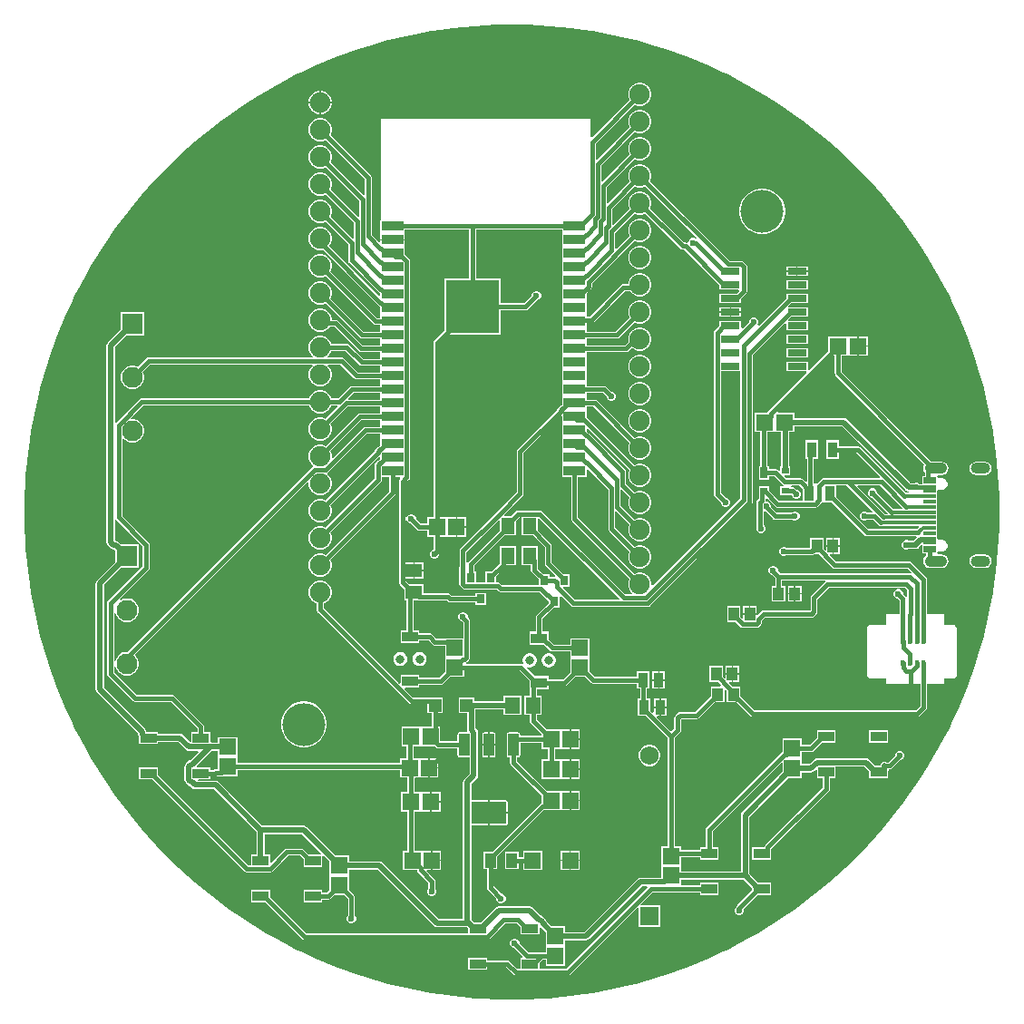
<source format=gtl>
G04*
G04 #@! TF.GenerationSoftware,Altium Limited,Altium Designer,23.3.1 (30)*
G04*
G04 Layer_Physical_Order=1*
G04 Layer_Color=255*
%FSLAX44Y44*%
%MOMM*%
G71*
G04*
G04 #@! TF.SameCoordinates,11343DF2-346A-4928-BBB7-4E1EB81EA5CC*
G04*
G04*
G04 #@! TF.FilePolarity,Positive*
G04*
G01*
G75*
G04:AMPARAMS|DCode=15|XSize=1mm|YSize=2.1mm|CornerRadius=0.5mm|HoleSize=0mm|Usage=FLASHONLY|Rotation=90.000|XOffset=0mm|YOffset=0mm|HoleType=Round|Shape=RoundedRectangle|*
%AMROUNDEDRECTD15*
21,1,1.0000,1.1000,0,0,90.0*
21,1,0.0000,2.1000,0,0,90.0*
1,1,1.0000,0.5500,0.0000*
1,1,1.0000,0.5500,0.0000*
1,1,1.0000,-0.5500,0.0000*
1,1,1.0000,-0.5500,0.0000*
%
%ADD15ROUNDEDRECTD15*%
G04:AMPARAMS|DCode=16|XSize=1mm|YSize=1.8mm|CornerRadius=0.5mm|HoleSize=0mm|Usage=FLASHONLY|Rotation=90.000|XOffset=0mm|YOffset=0mm|HoleType=Round|Shape=RoundedRectangle|*
%AMROUNDEDRECTD16*
21,1,1.0000,0.8000,0,0,90.0*
21,1,0.0000,1.8000,0,0,90.0*
1,1,1.0000,0.4000,0.0000*
1,1,1.0000,0.4000,0.0000*
1,1,1.0000,-0.4000,0.0000*
1,1,1.0000,-0.4000,0.0000*
%
%ADD16ROUNDEDRECTD16*%
%ADD17R,0.8000X0.9000*%
%ADD18R,5.0000X5.0000*%
%ADD19R,2.0000X0.9000*%
%ADD20R,1.5500X1.5500*%
%ADD21R,1.5000X0.9000*%
%ADD22R,0.3500X0.5000*%
%ADD23R,0.9500X1.4500*%
%ADD24R,1.2500X1.5500*%
%ADD25R,1.1500X0.3000*%
%ADD26R,1.5000X1.5000*%
%ADD27R,1.0000X1.3500*%
%ADD28R,1.5000X1.5500*%
%ADD29R,1.2500X1.2200*%
%ADD30R,1.5500X1.5500*%
%ADD31R,1.4000X1.5500*%
%ADD32R,1.8000X0.6400*%
%ADD33R,1.0000X1.2500*%
%ADD34R,1.5500X1.5000*%
%ADD35R,1.5000X0.9500*%
G04:AMPARAMS|DCode=36|XSize=1mm|YSize=2.05mm|CornerRadius=0.05mm|HoleSize=0mm|Usage=FLASHONLY|Rotation=0.000|XOffset=0mm|YOffset=0mm|HoleType=Round|Shape=RoundedRectangle|*
%AMROUNDEDRECTD36*
21,1,1.0000,1.9500,0,0,0.0*
21,1,0.9000,2.0500,0,0,0.0*
1,1,0.1000,0.4500,-0.9750*
1,1,0.1000,-0.4500,-0.9750*
1,1,0.1000,-0.4500,0.9750*
1,1,0.1000,0.4500,0.9750*
%
%ADD36ROUNDEDRECTD36*%
G04:AMPARAMS|DCode=37|XSize=3.25mm|YSize=2.05mm|CornerRadius=0.0513mm|HoleSize=0mm|Usage=FLASHONLY|Rotation=0.000|XOffset=0mm|YOffset=0mm|HoleType=Round|Shape=RoundedRectangle|*
%AMROUNDEDRECTD37*
21,1,3.2500,1.9475,0,0,0.0*
21,1,3.1475,2.0500,0,0,0.0*
1,1,0.1025,1.5738,-0.9738*
1,1,0.1025,-1.5738,-0.9738*
1,1,0.1025,-1.5738,0.9738*
1,1,0.1025,1.5738,0.9738*
%
%ADD37ROUNDEDRECTD37*%
%ADD38R,1.5500X1.2500*%
%ADD39R,0.9500X1.3500*%
%ADD40R,0.7000X1.0000*%
%ADD41R,0.7000X0.6000*%
%ADD60C,1.7500*%
%ADD61R,1.7500X1.7500*%
%ADD71C,0.3810*%
%ADD72C,0.5080*%
%ADD73C,0.3048*%
%ADD74C,1.9500*%
%ADD75R,1.9500X1.9500*%
%ADD76C,4.0000*%
%ADD77C,0.8000*%
%ADD78C,1.9050*%
%ADD79C,0.6000*%
G36*
X948291Y1396017D02*
X959416Y1395531D01*
X968653Y1394890D01*
X979771Y1393917D01*
X988931Y1392854D01*
X1000038Y1391392D01*
X1009069Y1389919D01*
X1020175Y1387961D01*
X1029012Y1386096D01*
X1040141Y1383629D01*
X1048677Y1381412D01*
X1059896Y1378406D01*
X1067892Y1375930D01*
X1079398Y1372302D01*
X1085993Y1369921D01*
X1098457Y1365385D01*
X1116808Y1357783D01*
X1128837Y1352174D01*
X1135176Y1349198D01*
X1145883Y1343625D01*
X1153282Y1339724D01*
X1163344Y1333915D01*
X1170944Y1329449D01*
X1180560Y1323323D01*
X1188125Y1318394D01*
X1197363Y1311925D01*
X1204791Y1306580D01*
X1213679Y1299761D01*
X1220908Y1294035D01*
X1229456Y1286862D01*
X1236442Y1280783D01*
X1244652Y1273259D01*
X1251363Y1266852D01*
X1259232Y1258983D01*
X1265640Y1252272D01*
X1273163Y1244062D01*
X1279242Y1237076D01*
X1286415Y1228528D01*
X1292141Y1221299D01*
X1298960Y1212411D01*
X1304305Y1204983D01*
X1310773Y1195745D01*
X1315703Y1188180D01*
X1321829Y1178564D01*
X1326295Y1170965D01*
X1332105Y1160902D01*
X1336004Y1153503D01*
X1341579Y1142796D01*
X1344554Y1136457D01*
X1350163Y1124428D01*
X1357765Y1106077D01*
X1362301Y1093614D01*
X1364682Y1087018D01*
X1368310Y1075513D01*
X1370786Y1067516D01*
X1373792Y1056297D01*
X1376009Y1047761D01*
X1378477Y1036632D01*
X1380341Y1027795D01*
X1382299Y1016689D01*
X1383772Y1007658D01*
X1385234Y996551D01*
X1386297Y987391D01*
X1387270Y976273D01*
X1387911Y967036D01*
X1388397Y955911D01*
X1388611Y946633D01*
Y935507D01*
X1388397Y926229D01*
X1387911Y915104D01*
X1387270Y905866D01*
X1386297Y894749D01*
X1385234Y885589D01*
X1383772Y874482D01*
X1382299Y865451D01*
X1380341Y854345D01*
X1378476Y845508D01*
X1376009Y834379D01*
X1373792Y825843D01*
X1370786Y814624D01*
X1368309Y806626D01*
X1364682Y795122D01*
X1362300Y788523D01*
X1357765Y776063D01*
X1350163Y757712D01*
X1344556Y745687D01*
X1341578Y739344D01*
X1336006Y728639D01*
X1332104Y721238D01*
X1326296Y711177D01*
X1321829Y703576D01*
X1315704Y693961D01*
X1310773Y686395D01*
X1304306Y677158D01*
X1298960Y669728D01*
X1292141Y660842D01*
X1286414Y653612D01*
X1279242Y645064D01*
X1273163Y638078D01*
X1265640Y629868D01*
X1259232Y623157D01*
X1251363Y615288D01*
X1244651Y608880D01*
X1236442Y601357D01*
X1229455Y595278D01*
X1220908Y588106D01*
X1213678Y582379D01*
X1204792Y575560D01*
X1197361Y570214D01*
X1188126Y563747D01*
X1180558Y558816D01*
X1170944Y552691D01*
X1163342Y548224D01*
X1153282Y542416D01*
X1145879Y538513D01*
X1135176Y532942D01*
X1128829Y529962D01*
X1116808Y524357D01*
X1098457Y516755D01*
X1086002Y512222D01*
X1079398Y509838D01*
X1067898Y506212D01*
X1059895Y503734D01*
X1048680Y500728D01*
X1040141Y498511D01*
X1029014Y496044D01*
X1020175Y494179D01*
X1009071Y492221D01*
X1000037Y490748D01*
X988933Y489286D01*
X979770Y488223D01*
X968655Y487251D01*
X959415Y486609D01*
X948291Y486123D01*
X939013Y485909D01*
X927887D01*
X918609Y486123D01*
X907485Y486609D01*
X898245Y487251D01*
X887130Y488223D01*
X877967Y489286D01*
X866863Y490748D01*
X857829Y492221D01*
X846725Y494179D01*
X837885Y496044D01*
X826759Y498511D01*
X818220Y500729D01*
X807005Y503734D01*
X799002Y506212D01*
X787503Y509837D01*
X780895Y512223D01*
X768443Y516755D01*
X750092Y524357D01*
X738075Y529960D01*
X731724Y532942D01*
X721023Y538512D01*
X713617Y542416D01*
X703560Y548223D01*
X695955Y552691D01*
X686343Y558815D01*
X678774Y563747D01*
X669540Y570213D01*
X662108Y575560D01*
X653223Y582378D01*
X645991Y588106D01*
X637445Y595277D01*
X630457Y601358D01*
X622249Y608880D01*
X615536Y615289D01*
X607669Y623156D01*
X601259Y629869D01*
X593738Y638077D01*
X587657Y645065D01*
X580486Y653611D01*
X574758Y660843D01*
X567940Y669728D01*
X562593Y677160D01*
X556127Y686394D01*
X551195Y693963D01*
X545071Y703575D01*
X540603Y711179D01*
X534796Y721237D01*
X530892Y728643D01*
X525322Y739344D01*
X522340Y745695D01*
X516737Y757712D01*
X509135Y776063D01*
X504603Y788515D01*
X502217Y795123D01*
X498592Y806621D01*
X496114Y814625D01*
X493109Y825839D01*
X490891Y834379D01*
X488424Y845505D01*
X486559Y854345D01*
X484602Y865449D01*
X483128Y874483D01*
X481666Y885587D01*
X480603Y894750D01*
X479631Y905865D01*
X478989Y915105D01*
X478503Y926229D01*
X478289Y935507D01*
Y946633D01*
X478503Y955911D01*
X478989Y967035D01*
X479631Y976275D01*
X480603Y987390D01*
X481666Y996553D01*
X483128Y1007657D01*
X484601Y1016691D01*
X486559Y1027795D01*
X488424Y1036634D01*
X490891Y1047761D01*
X493108Y1056300D01*
X496114Y1067515D01*
X498591Y1075517D01*
X502218Y1087018D01*
X504602Y1093622D01*
X509135Y1106077D01*
X516737Y1124428D01*
X522342Y1136449D01*
X525322Y1142796D01*
X530893Y1153499D01*
X534796Y1160902D01*
X540603Y1170962D01*
X545071Y1178564D01*
X551196Y1188178D01*
X556127Y1195746D01*
X562594Y1204981D01*
X567940Y1212412D01*
X574759Y1221298D01*
X580486Y1228528D01*
X587658Y1237075D01*
X593737Y1244062D01*
X601260Y1252272D01*
X607668Y1258983D01*
X615537Y1266852D01*
X622248Y1273260D01*
X630458Y1280782D01*
X637444Y1286862D01*
X645992Y1294034D01*
X653222Y1299761D01*
X662109Y1306580D01*
X669538Y1311926D01*
X678774Y1318393D01*
X686341Y1323324D01*
X695956Y1329449D01*
X703557Y1333916D01*
X713618Y1339724D01*
X721019Y1343626D01*
X731724Y1349198D01*
X738067Y1352176D01*
X750092Y1357783D01*
X768443Y1365385D01*
X780903Y1369920D01*
X787502Y1372302D01*
X799005Y1375929D01*
X807004Y1378406D01*
X818223Y1381412D01*
X826759Y1383629D01*
X837888Y1386096D01*
X846725Y1387961D01*
X857831Y1389919D01*
X866862Y1391392D01*
X877969Y1392854D01*
X887129Y1393917D01*
X898247Y1394890D01*
X907484Y1395531D01*
X918609Y1396017D01*
X927887Y1396231D01*
X939013D01*
X948291Y1396017D01*
D02*
G37*
%LPC*%
G36*
X755801Y1334135D02*
X755015D01*
Y1323975D01*
X765175D01*
Y1324761D01*
X764439Y1327507D01*
X763018Y1329968D01*
X761008Y1331978D01*
X758547Y1333399D01*
X755801Y1334135D01*
D02*
G37*
G36*
X753745D02*
X752959D01*
X750213Y1333399D01*
X747752Y1331978D01*
X745742Y1329968D01*
X744321Y1327507D01*
X743585Y1324761D01*
Y1323975D01*
X753745D01*
Y1334135D01*
D02*
G37*
G36*
X1054251Y1341755D02*
X1051409D01*
X1048663Y1341019D01*
X1046202Y1339598D01*
X1044192Y1337588D01*
X1042771Y1335127D01*
X1042035Y1332381D01*
Y1329539D01*
X1042771Y1326793D01*
X1043252Y1325960D01*
X1008283Y1290991D01*
X1007110Y1291478D01*
Y1308100D01*
X811530D01*
Y1213590D01*
X810510D01*
Y1202160D01*
X810510Y1202050D01*
Y1200890D01*
X810510Y1200780D01*
Y1195755D01*
X833050D01*
Y1200780D01*
X833050Y1200890D01*
Y1202050D01*
X833050Y1202160D01*
Y1204583D01*
X893543D01*
Y1159090D01*
X870510D01*
Y1111128D01*
X860951Y1101569D01*
X860249Y1100519D01*
X860003Y1099280D01*
Y936120D01*
X854220D01*
Y930337D01*
X848431D01*
X843740Y935028D01*
Y935569D01*
X843090Y937139D01*
X841889Y938340D01*
X840319Y938990D01*
X838621D01*
X837051Y938340D01*
X835850Y937139D01*
X835592Y936516D01*
X834322Y936769D01*
Y968194D01*
X837244Y971116D01*
X837946Y972166D01*
X838192Y973405D01*
Y1175535D01*
X837946Y1176774D01*
X837244Y1177824D01*
X833050Y1182018D01*
Y1188080D01*
X833050Y1188190D01*
X833050D01*
Y1189350D01*
X833050D01*
Y1194485D01*
X810510D01*
Y1193637D01*
X809337Y1193151D01*
X802358Y1200130D01*
Y1253200D01*
X802111Y1254438D01*
X801410Y1255489D01*
X763958Y1292940D01*
X764439Y1293773D01*
X765175Y1296519D01*
Y1299361D01*
X764439Y1302107D01*
X763018Y1304568D01*
X761008Y1306578D01*
X758547Y1307999D01*
X755801Y1308735D01*
X752959D01*
X750213Y1307999D01*
X747752Y1306578D01*
X745742Y1304568D01*
X744321Y1302107D01*
X743585Y1299361D01*
Y1296519D01*
X744321Y1293773D01*
X745742Y1291312D01*
X747752Y1289302D01*
X750213Y1287881D01*
X752959Y1287145D01*
X755801D01*
X758547Y1287881D01*
X759380Y1288362D01*
X795883Y1251859D01*
Y1237274D01*
X794710Y1236788D01*
X763958Y1267540D01*
X764439Y1268373D01*
X765175Y1271119D01*
Y1273961D01*
X764439Y1276707D01*
X763018Y1279168D01*
X761008Y1281178D01*
X758547Y1282599D01*
X755801Y1283335D01*
X752959D01*
X750213Y1282599D01*
X747752Y1281178D01*
X745742Y1279168D01*
X744321Y1276707D01*
X743585Y1273961D01*
Y1271119D01*
X744321Y1268373D01*
X745742Y1265912D01*
X747752Y1263902D01*
X750213Y1262481D01*
X752959Y1261745D01*
X755801D01*
X758547Y1262481D01*
X759380Y1262962D01*
X790803Y1231539D01*
Y1216954D01*
X789630Y1216468D01*
X763958Y1242140D01*
X764439Y1242973D01*
X765175Y1245719D01*
Y1248561D01*
X764439Y1251307D01*
X763018Y1253768D01*
X761008Y1255778D01*
X758547Y1257199D01*
X755801Y1257935D01*
X752959D01*
X750213Y1257199D01*
X747752Y1255778D01*
X745742Y1253768D01*
X744321Y1251307D01*
X743585Y1248561D01*
Y1245719D01*
X744321Y1242973D01*
X745742Y1240512D01*
X747752Y1238502D01*
X750213Y1237081D01*
X752959Y1236345D01*
X755801D01*
X758547Y1237081D01*
X759380Y1237562D01*
X785723Y1211219D01*
Y1196634D01*
X784550Y1196148D01*
X763958Y1216740D01*
X764439Y1217573D01*
X765175Y1220319D01*
Y1223161D01*
X764439Y1225907D01*
X763018Y1228368D01*
X761008Y1230378D01*
X758547Y1231799D01*
X755801Y1232535D01*
X752959D01*
X750213Y1231799D01*
X747752Y1230378D01*
X745742Y1228368D01*
X744321Y1225907D01*
X743585Y1223161D01*
Y1220319D01*
X744321Y1217573D01*
X745742Y1215112D01*
X747752Y1213102D01*
X750213Y1211681D01*
X752959Y1210945D01*
X755801D01*
X758547Y1211681D01*
X759380Y1212162D01*
X780643Y1190899D01*
Y1175929D01*
X780890Y1174691D01*
X781591Y1173640D01*
X808176Y1147056D01*
X809226Y1146354D01*
X809777Y1146245D01*
X810510Y1145512D01*
Y1142837D01*
X809337Y1142351D01*
X762497Y1189191D01*
X763018Y1189712D01*
X764439Y1192173D01*
X765175Y1194919D01*
Y1197761D01*
X764439Y1200507D01*
X763018Y1202968D01*
X761008Y1204978D01*
X758547Y1206399D01*
X755801Y1207135D01*
X752959D01*
X750213Y1206399D01*
X747752Y1204978D01*
X745742Y1202968D01*
X744321Y1200507D01*
X743585Y1197761D01*
Y1194919D01*
X744321Y1192173D01*
X745742Y1189712D01*
X747752Y1187702D01*
X750213Y1186281D01*
X752959Y1185545D01*
X755801D01*
X756736Y1185796D01*
X808176Y1134356D01*
X809226Y1133654D01*
X809777Y1133544D01*
X810510Y1132812D01*
Y1125850D01*
X810510D01*
Y1124690D01*
X810510D01*
Y1122157D01*
X807741D01*
X763958Y1165940D01*
X764439Y1166773D01*
X765175Y1169519D01*
Y1172361D01*
X764439Y1175107D01*
X763018Y1177568D01*
X761008Y1179578D01*
X758547Y1180999D01*
X755801Y1181735D01*
X752959D01*
X750213Y1180999D01*
X747752Y1179578D01*
X745742Y1177568D01*
X744321Y1175107D01*
X743585Y1172361D01*
Y1169519D01*
X744321Y1166773D01*
X745742Y1164312D01*
X747752Y1162302D01*
X750213Y1160881D01*
X752959Y1160145D01*
X755801D01*
X758547Y1160881D01*
X759380Y1161362D01*
X804111Y1116631D01*
X805161Y1115929D01*
X806400Y1115683D01*
X810510D01*
Y1113150D01*
X810510D01*
Y1111990D01*
X810510D01*
Y1109457D01*
X795041D01*
X763958Y1140540D01*
X764439Y1141373D01*
X765175Y1144119D01*
Y1146961D01*
X764439Y1149707D01*
X763018Y1152168D01*
X761008Y1154178D01*
X758547Y1155599D01*
X755801Y1156335D01*
X752959D01*
X750213Y1155599D01*
X747752Y1154178D01*
X745742Y1152168D01*
X744321Y1149707D01*
X743585Y1146961D01*
Y1144119D01*
X744321Y1141373D01*
X745742Y1138912D01*
X747752Y1136902D01*
X750213Y1135481D01*
X752959Y1134745D01*
X755801D01*
X758547Y1135481D01*
X759380Y1135962D01*
X791411Y1103931D01*
X792461Y1103229D01*
X793700Y1102983D01*
X810510D01*
Y1100450D01*
X810510D01*
Y1099290D01*
X810510D01*
Y1096757D01*
X794085D01*
X771329Y1119513D01*
X770279Y1120215D01*
X769040Y1120461D01*
X765175D01*
Y1121561D01*
X764439Y1124307D01*
X763018Y1126768D01*
X761008Y1128778D01*
X758547Y1130199D01*
X755801Y1130935D01*
X752959D01*
X750213Y1130199D01*
X747752Y1128778D01*
X745742Y1126768D01*
X744321Y1124307D01*
X743585Y1121561D01*
Y1118719D01*
X744321Y1115973D01*
X745742Y1113512D01*
X747752Y1111502D01*
X750213Y1110081D01*
X752959Y1109345D01*
X755801D01*
X758547Y1110081D01*
X761008Y1111502D01*
X763018Y1113512D01*
X763292Y1113987D01*
X767699D01*
X790455Y1091231D01*
X791505Y1090529D01*
X792744Y1090283D01*
X810510D01*
Y1087750D01*
X810510D01*
Y1086590D01*
X810510D01*
Y1084057D01*
X794395D01*
X781423Y1097029D01*
X780373Y1097731D01*
X779135Y1097977D01*
X764688D01*
X764439Y1098907D01*
X763018Y1101368D01*
X761008Y1103378D01*
X758547Y1104799D01*
X755801Y1105535D01*
X752959D01*
X750213Y1104799D01*
X747752Y1103378D01*
X745742Y1101368D01*
X744321Y1098907D01*
X743585Y1096161D01*
Y1093319D01*
X744321Y1090573D01*
X745742Y1088112D01*
X747306Y1086547D01*
X746780Y1085277D01*
X594360D01*
X593121Y1085031D01*
X592071Y1084329D01*
X584285Y1076543D01*
X583374Y1077069D01*
X580571Y1077820D01*
X577669D01*
X574866Y1077069D01*
X572354Y1075618D01*
X570302Y1073567D01*
X568851Y1071054D01*
X568100Y1068251D01*
Y1065349D01*
X568851Y1062546D01*
X570302Y1060034D01*
X572354Y1057982D01*
X574866Y1056531D01*
X577669Y1055780D01*
X580571D01*
X583374Y1056531D01*
X585886Y1057982D01*
X587938Y1060034D01*
X589389Y1062546D01*
X590140Y1065349D01*
Y1068251D01*
X589389Y1071054D01*
X588863Y1071965D01*
X595701Y1078803D01*
X746780D01*
X747306Y1077533D01*
X745742Y1075968D01*
X744321Y1073507D01*
X743585Y1070761D01*
Y1067919D01*
X744321Y1065173D01*
X745742Y1062712D01*
X747752Y1060702D01*
X750213Y1059281D01*
X752959Y1058545D01*
X755801D01*
X758547Y1059281D01*
X761008Y1060702D01*
X763018Y1062712D01*
X764439Y1065173D01*
X765175Y1067919D01*
Y1070761D01*
X764439Y1073507D01*
X763018Y1075968D01*
X761454Y1077533D01*
X761980Y1078803D01*
X773101D01*
X786073Y1065831D01*
X787123Y1065129D01*
X788362Y1064883D01*
X810510D01*
Y1062350D01*
X810510D01*
Y1061190D01*
X810510D01*
Y1058657D01*
X784076D01*
X782837Y1058411D01*
X781787Y1057709D01*
X771255Y1047177D01*
X764688D01*
X764439Y1048107D01*
X763018Y1050568D01*
X761008Y1052578D01*
X758547Y1053999D01*
X755801Y1054735D01*
X752959D01*
X750213Y1053999D01*
X747752Y1052578D01*
X745742Y1050568D01*
X744321Y1048107D01*
X744072Y1047177D01*
X587981D01*
X586742Y1046931D01*
X585692Y1046229D01*
X563955Y1024492D01*
X563746Y1024503D01*
X562685Y1024901D01*
Y1094871D01*
X573594Y1105780D01*
X590140D01*
Y1127820D01*
X568100D01*
Y1111274D01*
X556053Y1099227D01*
X555211Y1097967D01*
X554915Y1096480D01*
Y912822D01*
X555211Y911335D01*
X556053Y910075D01*
X558706Y907422D01*
X559966Y906580D01*
X561453Y906284D01*
X561892D01*
X563020Y905156D01*
Y894104D01*
X545893Y876977D01*
X545051Y875716D01*
X544755Y874230D01*
Y775590D01*
X545051Y774103D01*
X545893Y772843D01*
X584510Y734226D01*
Y732835D01*
X584806Y731348D01*
X585220Y730729D01*
Y724470D01*
X602760D01*
Y726355D01*
X621971D01*
X629143Y719183D01*
X630403Y718341D01*
X631890Y718045D01*
X640152D01*
X640638Y716872D01*
X633024Y709258D01*
X632425Y709139D01*
X631165Y708297D01*
X628933Y706065D01*
X628091Y704805D01*
X627795Y703318D01*
Y691162D01*
X628091Y689675D01*
X628933Y688415D01*
X631165Y686183D01*
X632425Y685341D01*
X633024Y685222D01*
X634706Y683540D01*
X635967Y682698D01*
X637453Y682402D01*
X655178D01*
X694822Y642758D01*
Y621491D01*
X689937D01*
Y611284D01*
X687524D01*
X602760Y696048D01*
Y703010D01*
X585220D01*
Y691470D01*
X598182D01*
X683895Y605757D01*
X684945Y605056D01*
X686184Y604809D01*
X707522D01*
X708761Y605056D01*
X709811Y605757D01*
X724521Y620467D01*
X735383D01*
X738937Y616913D01*
Y609951D01*
X756477D01*
Y619760D01*
X757650Y620246D01*
X763140Y614756D01*
Y603020D01*
X763140Y602210D01*
X763140Y600940D01*
Y588288D01*
X760810Y585959D01*
X756477D01*
Y588491D01*
X738937D01*
Y576951D01*
X756477D01*
Y579484D01*
X762151D01*
X763390Y579731D01*
X764440Y580432D01*
X767718Y583710D01*
X776602D01*
X780353Y579959D01*
Y564141D01*
X779970Y563759D01*
X779320Y562189D01*
Y560491D01*
X779970Y558921D01*
X781171Y557720D01*
X782741Y557070D01*
X784439D01*
X786009Y557720D01*
X787210Y558921D01*
X787860Y560491D01*
Y562189D01*
X787210Y563759D01*
X786827Y564141D01*
Y581300D01*
X786581Y582539D01*
X785879Y583589D01*
X781180Y588288D01*
Y600940D01*
X781180Y601750D01*
X781180Y603020D01*
Y607345D01*
X808218D01*
X860781Y554783D01*
X862041Y553941D01*
X863528Y553645D01*
X891631D01*
X892560Y552716D01*
Y548002D01*
X741004D01*
X707477Y581530D01*
Y588491D01*
X689937D01*
Y576951D01*
X702899D01*
X737374Y542476D01*
X738424Y541774D01*
X739663Y541528D01*
X910145D01*
X911384Y541774D01*
X912434Y542476D01*
X927144Y557186D01*
X938006D01*
X941560Y553632D01*
Y546670D01*
X959100D01*
Y553027D01*
X960273Y553513D01*
X965070Y548716D01*
Y536170D01*
X965070D01*
Y535710D01*
X965070D01*
Y529927D01*
X949121D01*
X940260Y538788D01*
Y539329D01*
X939610Y540899D01*
X938409Y542100D01*
X936839Y542750D01*
X935141D01*
X933571Y542100D01*
X932370Y540899D01*
X931720Y539329D01*
Y537631D01*
X932370Y536061D01*
X933571Y534860D01*
X935141Y534210D01*
X935682D01*
X943509Y526383D01*
X943023Y525210D01*
X941560D01*
Y515002D01*
X938214D01*
X931487Y521729D01*
X930436Y522431D01*
X929198Y522677D01*
X910100D01*
Y525210D01*
X892560D01*
Y513670D01*
X910100D01*
Y516203D01*
X927857D01*
X934584Y509476D01*
X935634Y508774D01*
X936873Y508528D01*
X985681D01*
X986920Y508774D01*
X987970Y509476D01*
X1050527Y572032D01*
X1051700Y571546D01*
Y553860D01*
X1071740D01*
Y573900D01*
X1054054D01*
X1053568Y575073D01*
X1064537Y586043D01*
X1108830D01*
Y583510D01*
X1126370D01*
Y595050D01*
X1108830D01*
Y592517D01*
X1092296D01*
X1091060Y592600D01*
Y597735D01*
X1149651D01*
X1157830Y589556D01*
Y588088D01*
X1143670Y573928D01*
X1142968Y572878D01*
X1142856Y572315D01*
X1141920Y571379D01*
X1141270Y569809D01*
Y568111D01*
X1141920Y566541D01*
X1143121Y565340D01*
X1144691Y564690D01*
X1146389D01*
X1147959Y565340D01*
X1149160Y566541D01*
X1149810Y568111D01*
Y569809D01*
X1149487Y570589D01*
X1162408Y583510D01*
X1175370D01*
Y595050D01*
X1163324D01*
X1155145Y603229D01*
Y656531D01*
X1191544Y692930D01*
X1204090D01*
Y698065D01*
X1212862D01*
X1214348Y698361D01*
X1215609Y699203D01*
X1216877Y700471D01*
X1218050Y699985D01*
Y692750D01*
X1223583D01*
Y683841D01*
X1169906Y630164D01*
X1169204Y629114D01*
X1168993Y628050D01*
X1157830D01*
Y616510D01*
X1175370D01*
Y624562D01*
X1175432Y624875D01*
Y626534D01*
X1229109Y680211D01*
X1229811Y681261D01*
X1230057Y682500D01*
Y692750D01*
X1235590D01*
Y703505D01*
X1262341D01*
X1267050Y698796D01*
Y692750D01*
X1284590D01*
Y699009D01*
X1285004Y699628D01*
X1285253Y700878D01*
X1285775D01*
X1287014Y701124D01*
X1288064Y701826D01*
X1295708Y709470D01*
X1296249D01*
X1297819Y710120D01*
X1299020Y711321D01*
X1299670Y712891D01*
Y714589D01*
X1299020Y716159D01*
X1297819Y717360D01*
X1296249Y718010D01*
X1294551D01*
X1292981Y717360D01*
X1291780Y716159D01*
X1291130Y714589D01*
Y714048D01*
X1284434Y707352D01*
X1283428D01*
X1282902Y707704D01*
X1281415Y708000D01*
X1279928Y707704D01*
X1278668Y706862D01*
X1277826Y705602D01*
X1277565Y704290D01*
X1272544D01*
X1266697Y710137D01*
X1265437Y710979D01*
X1263950Y711275D01*
X1218302D01*
X1216815Y710979D01*
X1215555Y710137D01*
X1211253Y705835D01*
X1204090D01*
Y710970D01*
X1204090Y710970D01*
Y711430D01*
X1204090D01*
X1204090Y712240D01*
Y717213D01*
X1212750D01*
X1213989Y717459D01*
X1215039Y718161D01*
X1222628Y725750D01*
X1235590D01*
Y737290D01*
X1218050D01*
Y730328D01*
X1211409Y723687D01*
X1204090D01*
Y729470D01*
X1186050D01*
Y717298D01*
X1185446Y716894D01*
X1115311Y646759D01*
X1114609Y645709D01*
X1114363Y644470D01*
Y628050D01*
X1108830D01*
Y625517D01*
X1091060D01*
Y629140D01*
X1085277D01*
Y730159D01*
X1090504Y735386D01*
X1091206Y736436D01*
X1091452Y737675D01*
Y747554D01*
X1091788Y747889D01*
X1105576D01*
X1106815Y748136D01*
X1107865Y748837D01*
X1122358Y763330D01*
X1122558Y763370D01*
X1131610D01*
Y774913D01*
X1132783Y775399D01*
X1134008Y774174D01*
Y773985D01*
X1134070Y773672D01*
Y763370D01*
X1143122D01*
X1143322Y763330D01*
X1155831Y750821D01*
X1156881Y750119D01*
X1158120Y749873D01*
X1311910D01*
X1313149Y750119D01*
X1314199Y750821D01*
X1320139Y756761D01*
X1320841Y757811D01*
X1321087Y759050D01*
Y781050D01*
X1337310D01*
Y785320D01*
X1344735D01*
X1344747Y785322D01*
X1344759Y785320D01*
X1344785Y785320D01*
X1344798Y785323D01*
X1344811Y785321D01*
X1344836Y785321D01*
X1344850Y785324D01*
X1344863Y785322D01*
X1344888Y785323D01*
X1344900Y785326D01*
X1344913Y785324D01*
X1344925Y785325D01*
X1344926Y785325D01*
X1344927Y785325D01*
X1345276Y785343D01*
X1345620Y785430D01*
X1345967Y785501D01*
X1346611Y785774D01*
X1346904Y785973D01*
X1347205Y786159D01*
X1347717Y786635D01*
X1347924Y786923D01*
X1348144Y787201D01*
X1348462Y787823D01*
X1348558Y788165D01*
X1348669Y788501D01*
X1348712Y788848D01*
X1348712Y788850D01*
X1348713Y788852D01*
X1348715Y788870D01*
X1348714Y788887D01*
X1348719Y788904D01*
X1348722Y788938D01*
X1348721Y788956D01*
X1348726Y788973D01*
X1348729Y789007D01*
X1348727Y789025D01*
X1348731Y789043D01*
X1348734Y789078D01*
X1348731Y789096D01*
X1348736Y789114D01*
X1348737Y789131D01*
X1348737Y789131D01*
X1348737Y789142D01*
X1348736Y789155D01*
X1348739Y789167D01*
X1348740Y789193D01*
X1348737Y789207D01*
X1348741Y789221D01*
X1348741Y789247D01*
X1348739Y789261D01*
X1348742Y789275D01*
X1348742Y789301D01*
X1348739Y789316D01*
X1348742Y789331D01*
X1348742Y789344D01*
X1348742Y831850D01*
X1348742Y831850D01*
X1348742Y831859D01*
X1348739Y831874D01*
X1348742Y831889D01*
X1348742Y831915D01*
X1348739Y831927D01*
X1348741Y831939D01*
X1348741Y831964D01*
X1348738Y831977D01*
X1348740Y831989D01*
X1348739Y832014D01*
X1348736Y832027D01*
X1348738Y832041D01*
X1348737Y832053D01*
X1348737Y832054D01*
X1348737Y832055D01*
X1348719Y832404D01*
X1348632Y832748D01*
X1348560Y833095D01*
X1348288Y833739D01*
X1348089Y834032D01*
X1347903Y834333D01*
X1347426Y834845D01*
X1347139Y835052D01*
X1346861Y835272D01*
X1346239Y835590D01*
X1345897Y835686D01*
X1345561Y835797D01*
X1345214Y835840D01*
X1345213Y835840D01*
X1345213Y835840D01*
X1345195Y835843D01*
X1345176Y835841D01*
X1345158Y835847D01*
X1345124Y835850D01*
X1345106Y835849D01*
X1345089Y835854D01*
X1345055Y835857D01*
X1345037Y835855D01*
X1345020Y835859D01*
X1344986Y835862D01*
X1344965Y835859D01*
X1344945Y835864D01*
X1344932Y835865D01*
X1344921Y835865D01*
X1344906Y835863D01*
X1344893Y835867D01*
X1344866Y835868D01*
X1344854Y835866D01*
X1344841Y835869D01*
X1344815Y835869D01*
X1344801Y835867D01*
X1344787Y835870D01*
X1344761Y835870D01*
X1344746Y835867D01*
X1344731Y835870D01*
X1344718Y835870D01*
X1337310Y835870D01*
Y845820D01*
X1321087D01*
Y877980D01*
X1320841Y879219D01*
X1320139Y880269D01*
X1306579Y893829D01*
X1305529Y894531D01*
X1304290Y894777D01*
X1235921D01*
X1230071Y900627D01*
X1230557Y901800D01*
X1232415D01*
Y908685D01*
X1226780D01*
Y905577D01*
X1225607Y905091D01*
X1224320Y906378D01*
Y916840D01*
X1211780D01*
Y907507D01*
X1211735Y907477D01*
X1190251D01*
X1189869Y907860D01*
X1188299Y908510D01*
X1186601D01*
X1185031Y907860D01*
X1183830Y906659D01*
X1183180Y905089D01*
Y903391D01*
X1183830Y901821D01*
X1185031Y900620D01*
X1186601Y899970D01*
X1188299D01*
X1189869Y900620D01*
X1190251Y901003D01*
X1212970D01*
X1214209Y901249D01*
X1214940Y901738D01*
X1214955D01*
X1215268Y901800D01*
X1219742D01*
X1232291Y889251D01*
X1233341Y888549D01*
X1234580Y888303D01*
X1302949D01*
X1306193Y885059D01*
X1305567Y883888D01*
X1304883Y884025D01*
X1183711D01*
X1181560Y886176D01*
Y887309D01*
X1180910Y888879D01*
X1179709Y890080D01*
X1178139Y890730D01*
X1176441D01*
X1174871Y890080D01*
X1173670Y888879D01*
X1173020Y887309D01*
Y885611D01*
X1173670Y884041D01*
X1174871Y882840D01*
X1176353Y882226D01*
X1179133Y879446D01*
Y872390D01*
X1176100D01*
Y857350D01*
X1188640D01*
Y872390D01*
X1185607D01*
Y877550D01*
X1225762D01*
X1226147Y876280D01*
X1225801Y876049D01*
X1213101Y863349D01*
X1212399Y862299D01*
X1212153Y861060D01*
Y849393D01*
X1211817Y849057D01*
X1168400D01*
X1167161Y848811D01*
X1166111Y848109D01*
X1162903Y844901D01*
X1162219Y845185D01*
X1155460D01*
X1149190D01*
Y842077D01*
X1148017Y841591D01*
X1146730Y842878D01*
Y853340D01*
X1134190D01*
Y838300D01*
X1142152D01*
X1146346Y834106D01*
X1147396Y833404D01*
X1148635Y833158D01*
X1161775D01*
X1163014Y833404D01*
X1164064Y834106D01*
X1165924Y835966D01*
X1166626Y837016D01*
X1166872Y838255D01*
Y839714D01*
X1169741Y842583D01*
X1213158D01*
X1214397Y842829D01*
X1215447Y843531D01*
X1217679Y845763D01*
X1218381Y846813D01*
X1218627Y848052D01*
Y859719D01*
X1229431Y870523D01*
X1300409D01*
X1302323Y868609D01*
Y862113D01*
X1301053Y861727D01*
X1300639Y862346D01*
X1298400Y864585D01*
Y865719D01*
X1297750Y867289D01*
X1296549Y868490D01*
X1294979Y869140D01*
X1293281D01*
X1291711Y868490D01*
X1290510Y867289D01*
X1289860Y865719D01*
Y864021D01*
X1290510Y862451D01*
X1291711Y861250D01*
X1293193Y860636D01*
X1295113Y858717D01*
Y845820D01*
X1282700D01*
Y835897D01*
X1282160Y835481D01*
X1281430Y835274D01*
X1281380Y835313D01*
X1280757Y835631D01*
X1280417Y835727D01*
X1280080Y835838D01*
X1279733Y835881D01*
X1279731Y835881D01*
X1279728Y835882D01*
X1279711Y835884D01*
X1279695Y835883D01*
X1279678Y835888D01*
X1279644Y835891D01*
X1279626Y835890D01*
X1279608Y835895D01*
X1279574Y835898D01*
X1279555Y835896D01*
X1279538Y835900D01*
X1279503Y835903D01*
X1279485Y835900D01*
X1279467Y835905D01*
X1279439Y835907D01*
X1279426Y835905D01*
X1279414Y835908D01*
X1279388Y835909D01*
X1279372Y835906D01*
X1279358Y835910D01*
X1279332Y835910D01*
X1279319Y835908D01*
X1279306Y835911D01*
X1279280Y835911D01*
X1279265Y835908D01*
X1279250Y835911D01*
X1279241Y835911D01*
X1279241Y835911D01*
X1268734Y835911D01*
X1268721Y835911D01*
X1268707Y835909D01*
X1268693Y835911D01*
X1268668Y835911D01*
X1268653Y835908D01*
X1268639Y835910D01*
X1268614Y835910D01*
X1268602Y835907D01*
X1268591Y835909D01*
X1268566Y835908D01*
X1268550Y835904D01*
X1268535Y835907D01*
X1268176Y835888D01*
X1267832Y835801D01*
X1267485Y835730D01*
X1266841Y835457D01*
X1266548Y835258D01*
X1266247Y835072D01*
X1265735Y834596D01*
X1265528Y834308D01*
X1265308Y834030D01*
X1264990Y833408D01*
X1264894Y833067D01*
X1264783Y832730D01*
X1264740Y832383D01*
X1264740Y832381D01*
X1264739Y832379D01*
X1264737Y832362D01*
X1264738Y832345D01*
X1264733Y832329D01*
X1264730Y832294D01*
X1264732Y832276D01*
X1264726Y832258D01*
X1264723Y832224D01*
X1264725Y832205D01*
X1264721Y832188D01*
X1264718Y832153D01*
X1264720Y832137D01*
X1264716Y832120D01*
X1264715Y832103D01*
X1264716Y832101D01*
X1264715Y832099D01*
X1264714Y832086D01*
X1264716Y832074D01*
X1264713Y832062D01*
X1264712Y832036D01*
X1264714Y832023D01*
X1264711Y832010D01*
X1264711Y831984D01*
X1264713Y831970D01*
X1264710Y831956D01*
X1264710Y831930D01*
X1264713Y831915D01*
X1264710Y831900D01*
X1264710Y831887D01*
Y789385D01*
X1264710Y789372D01*
X1264713Y789357D01*
X1264710Y789342D01*
X1264710Y789316D01*
X1264713Y789304D01*
X1264711Y789292D01*
X1264711Y789267D01*
X1264714Y789254D01*
X1264712Y789242D01*
X1264713Y789217D01*
X1264716Y789204D01*
X1264714Y789190D01*
X1264715Y789178D01*
X1264715Y789177D01*
X1264715Y789176D01*
X1264733Y788827D01*
X1264820Y788483D01*
X1264891Y788136D01*
X1265164Y787492D01*
X1265363Y787199D01*
X1265549Y786898D01*
X1266025Y786386D01*
X1266313Y786179D01*
X1266591Y785959D01*
X1267214Y785641D01*
X1267554Y785545D01*
X1267891Y785434D01*
X1268254Y785389D01*
X1268274Y785390D01*
X1268294Y785384D01*
X1268328Y785381D01*
X1268346Y785382D01*
X1268363Y785377D01*
X1268397Y785374D01*
X1268416Y785376D01*
X1268433Y785372D01*
X1268468Y785369D01*
X1268484Y785371D01*
X1268501Y785367D01*
X1268518Y785366D01*
X1268520Y785367D01*
X1268522Y785366D01*
X1268535Y785365D01*
X1268547Y785367D01*
X1268559Y785364D01*
X1268585Y785363D01*
X1268598Y785365D01*
X1268611Y785362D01*
X1268637Y785362D01*
X1268651Y785364D01*
X1268665Y785361D01*
X1268691Y785361D01*
X1268706Y785364D01*
X1268721Y785361D01*
X1268734Y785361D01*
X1279237D01*
X1279249Y785361D01*
X1279265Y785364D01*
X1279280Y785361D01*
X1279305Y785361D01*
X1279318Y785364D01*
X1279330Y785362D01*
X1279355Y785362D01*
X1279369Y785365D01*
X1279382Y785363D01*
X1279407Y785364D01*
X1279417Y785367D01*
X1279428Y785365D01*
X1279440Y785366D01*
X1279443Y785367D01*
X1279446Y785366D01*
X1279796Y785384D01*
X1280139Y785471D01*
X1280486Y785543D01*
X1281130Y785815D01*
X1281423Y786014D01*
X1281430Y786019D01*
X1282335Y785683D01*
X1282700Y785374D01*
Y781050D01*
X1314613D01*
Y760391D01*
X1310569Y756347D01*
X1159461D01*
X1146974Y768834D01*
X1146610Y769077D01*
Y778410D01*
X1138928D01*
X1136091Y781247D01*
X1136578Y782420D01*
X1138435D01*
Y789305D01*
X1132800D01*
Y786198D01*
X1131627Y785711D01*
X1130340Y786998D01*
Y797460D01*
X1117800D01*
Y782420D01*
X1125762D01*
X1128599Y779583D01*
X1128113Y778410D01*
X1119070D01*
Y769077D01*
X1118706Y768834D01*
X1104236Y754364D01*
X1090447D01*
X1089208Y754117D01*
X1088158Y753415D01*
X1085926Y751184D01*
X1085224Y750133D01*
X1084978Y748895D01*
Y739016D01*
X1082040Y736078D01*
X1068531Y749587D01*
X1069017Y750760D01*
X1071125D01*
Y758145D01*
X1065740D01*
Y754037D01*
X1064567Y753551D01*
X1062780Y755338D01*
Y766800D01*
X1059362D01*
Y776160D01*
X1061510D01*
Y792200D01*
X1049470D01*
Y787417D01*
X1010541D01*
X1005970Y791988D01*
Y804140D01*
X1005970Y804950D01*
X1005970Y806220D01*
Y822950D01*
X987930D01*
Y817417D01*
X972151D01*
X967620Y821948D01*
Y829410D01*
X962087D01*
Y841599D01*
X972128Y851640D01*
X978090D01*
Y862276D01*
X979360Y862802D01*
X988471Y853691D01*
X989521Y852989D01*
X990760Y852743D01*
X1060195D01*
X1061433Y852989D01*
X1062484Y853691D01*
X1156894Y948101D01*
X1157596Y949152D01*
X1157842Y950390D01*
Y1087374D01*
X1188007Y1117539D01*
X1189180Y1117053D01*
Y1110590D01*
X1209720D01*
Y1119530D01*
X1191657D01*
X1191171Y1120703D01*
X1193758Y1123290D01*
X1209720D01*
Y1132230D01*
X1191657D01*
X1191171Y1133403D01*
X1193758Y1135990D01*
X1209720D01*
Y1144930D01*
X1189180D01*
Y1140568D01*
X1163867Y1115255D01*
X1162900Y1115987D01*
X1163550Y1117557D01*
Y1119255D01*
X1162900Y1120825D01*
X1161699Y1122026D01*
X1160130Y1122676D01*
X1158431D01*
X1156861Y1122026D01*
X1155660Y1120825D01*
X1155010Y1119255D01*
Y1118798D01*
X1148793Y1112581D01*
X1147620Y1113067D01*
Y1119530D01*
X1127080D01*
Y1115168D01*
X1122886Y1110974D01*
X1122184Y1109924D01*
X1121938Y1108685D01*
Y957625D01*
X1122184Y956386D01*
X1122886Y955336D01*
X1128570Y949652D01*
Y949111D01*
X1129220Y947541D01*
X1130421Y946340D01*
X1131991Y945690D01*
X1133689D01*
X1135259Y946340D01*
X1136460Y947541D01*
X1137110Y949111D01*
Y950809D01*
X1136460Y952379D01*
X1135259Y953580D01*
X1133689Y954230D01*
X1133148D01*
X1128412Y958966D01*
Y1072490D01*
X1146288D01*
Y953835D01*
X1064895Y872443D01*
X1063625Y872969D01*
Y875181D01*
X1062889Y877927D01*
X1061468Y880388D01*
X1059458Y882398D01*
X1056997Y883819D01*
X1054251Y884555D01*
X1051409D01*
X1048663Y883819D01*
X1047830Y883338D01*
X995017Y936151D01*
Y973450D01*
X1003050D01*
Y980703D01*
X1004223Y981189D01*
X1023267Y962145D01*
Y925485D01*
X1023514Y924247D01*
X1024215Y923196D01*
X1043252Y904160D01*
X1042771Y903327D01*
X1042035Y900581D01*
Y897739D01*
X1042771Y894993D01*
X1044192Y892532D01*
X1046202Y890522D01*
X1048663Y889101D01*
X1051409Y888365D01*
X1054251D01*
X1056997Y889101D01*
X1059458Y890522D01*
X1061468Y892532D01*
X1062889Y894993D01*
X1063625Y897739D01*
Y900581D01*
X1062889Y903327D01*
X1061468Y905788D01*
X1059458Y907798D01*
X1056997Y909219D01*
X1054251Y909955D01*
X1051409D01*
X1048663Y909219D01*
X1047830Y908738D01*
X1029742Y926826D01*
Y941411D01*
X1030915Y941897D01*
X1043252Y929560D01*
X1042771Y928727D01*
X1042035Y925981D01*
Y923139D01*
X1042771Y920393D01*
X1044192Y917932D01*
X1046202Y915922D01*
X1048663Y914501D01*
X1051409Y913765D01*
X1054251D01*
X1056997Y914501D01*
X1059458Y915922D01*
X1061468Y917932D01*
X1062889Y920393D01*
X1063625Y923139D01*
Y925981D01*
X1062889Y928727D01*
X1061468Y931188D01*
X1059458Y933198D01*
X1056997Y934619D01*
X1054251Y935355D01*
X1051409D01*
X1048663Y934619D01*
X1047830Y934138D01*
X1034822Y947146D01*
Y961731D01*
X1035995Y962217D01*
X1043252Y954960D01*
X1042771Y954127D01*
X1042035Y951381D01*
Y948539D01*
X1042771Y945793D01*
X1044192Y943332D01*
X1046202Y941322D01*
X1048663Y939901D01*
X1051409Y939165D01*
X1054251D01*
X1056997Y939901D01*
X1059458Y941322D01*
X1061468Y943332D01*
X1062889Y945793D01*
X1063625Y948539D01*
Y951381D01*
X1062889Y954127D01*
X1061468Y956588D01*
X1059458Y958598D01*
X1056997Y960019D01*
X1054251Y960755D01*
X1051409D01*
X1048663Y960019D01*
X1047830Y959538D01*
X1039902Y967466D01*
Y978726D01*
X1039655Y979964D01*
X1038954Y981015D01*
X1005384Y1014584D01*
X1004334Y1015286D01*
X1003783Y1015396D01*
X1003050Y1016128D01*
Y1018903D01*
X1004223Y1019389D01*
X1043252Y980360D01*
X1042771Y979527D01*
X1042035Y976781D01*
Y973939D01*
X1042771Y971193D01*
X1044192Y968732D01*
X1046202Y966722D01*
X1048663Y965301D01*
X1051409Y964565D01*
X1054251D01*
X1056997Y965301D01*
X1059458Y966722D01*
X1061468Y968732D01*
X1062889Y971193D01*
X1063625Y973939D01*
Y976781D01*
X1062889Y979527D01*
X1061468Y981988D01*
X1059458Y983998D01*
X1056997Y985419D01*
X1054251Y986155D01*
X1051409D01*
X1048663Y985419D01*
X1047830Y984938D01*
X1003054Y1029714D01*
X1003050Y1029717D01*
Y1035790D01*
X1003050Y1035790D01*
Y1036950D01*
X1003050D01*
X1003050Y1037060D01*
Y1039483D01*
X1009529D01*
X1043252Y1005760D01*
X1042771Y1004927D01*
X1042035Y1002181D01*
Y999339D01*
X1042771Y996593D01*
X1044192Y994132D01*
X1046202Y992122D01*
X1048663Y990701D01*
X1051409Y989965D01*
X1054251D01*
X1056997Y990701D01*
X1059458Y992122D01*
X1061468Y994132D01*
X1062889Y996593D01*
X1063625Y999339D01*
Y1002181D01*
X1062889Y1004927D01*
X1061468Y1007388D01*
X1059458Y1009398D01*
X1056997Y1010819D01*
X1054251Y1011555D01*
X1051409D01*
X1048663Y1010819D01*
X1047830Y1010338D01*
X1013159Y1045009D01*
X1012109Y1045711D01*
X1010870Y1045957D01*
X1003050D01*
Y1048380D01*
X1003050Y1048490D01*
Y1049650D01*
X1003050Y1049760D01*
Y1052183D01*
X1018419D01*
X1021890Y1048712D01*
Y1048171D01*
X1022540Y1046601D01*
X1023741Y1045400D01*
X1025311Y1044750D01*
X1027009D01*
X1028579Y1045400D01*
X1029780Y1046601D01*
X1030430Y1048171D01*
Y1049869D01*
X1029780Y1051439D01*
X1028579Y1052640D01*
X1027009Y1053290D01*
X1026468D01*
X1022049Y1057709D01*
X1020999Y1058411D01*
X1019760Y1058657D01*
X1003050D01*
Y1061080D01*
X1003050Y1061190D01*
Y1062350D01*
X1003050Y1062460D01*
Y1073780D01*
X1003050Y1073890D01*
Y1075050D01*
X1003050Y1075160D01*
Y1086480D01*
X1003050Y1086590D01*
Y1087750D01*
X1003050Y1087860D01*
Y1090283D01*
X1040117D01*
X1041356Y1090529D01*
X1042406Y1091231D01*
X1045549Y1094374D01*
X1046202Y1093722D01*
X1048663Y1092301D01*
X1051409Y1091565D01*
X1054251D01*
X1056997Y1092301D01*
X1059458Y1093722D01*
X1061468Y1095732D01*
X1062889Y1098193D01*
X1063625Y1100939D01*
Y1103781D01*
X1062889Y1106527D01*
X1061468Y1108988D01*
X1059458Y1110998D01*
X1056997Y1112419D01*
X1054251Y1113155D01*
X1051409D01*
X1048663Y1112419D01*
X1046202Y1110998D01*
X1044192Y1108988D01*
X1042771Y1106527D01*
X1042035Y1103781D01*
Y1100939D01*
X1042230Y1100211D01*
X1038776Y1096757D01*
X1003050D01*
Y1099180D01*
X1003050Y1099290D01*
Y1100450D01*
X1003050Y1100560D01*
Y1102983D01*
X1031290D01*
X1032529Y1103229D01*
X1033579Y1103931D01*
X1047830Y1118182D01*
X1048663Y1117701D01*
X1051409Y1116965D01*
X1054251D01*
X1056997Y1117701D01*
X1059458Y1119122D01*
X1061468Y1121132D01*
X1062889Y1123593D01*
X1063625Y1126339D01*
Y1129181D01*
X1062889Y1131927D01*
X1061468Y1134388D01*
X1059458Y1136398D01*
X1056997Y1137819D01*
X1054251Y1138555D01*
X1051409D01*
X1048663Y1137819D01*
X1046202Y1136398D01*
X1044192Y1134388D01*
X1042771Y1131927D01*
X1042035Y1129181D01*
Y1126339D01*
X1042771Y1123593D01*
X1043252Y1122760D01*
X1029949Y1109457D01*
X1003050D01*
Y1111880D01*
X1003050Y1111990D01*
Y1113150D01*
X1003050Y1113260D01*
Y1117305D01*
X1007495D01*
X1008734Y1117551D01*
X1009784Y1118253D01*
X1038931Y1147400D01*
X1043691D01*
X1044192Y1146532D01*
X1046202Y1144522D01*
X1048663Y1143101D01*
X1051409Y1142365D01*
X1054251D01*
X1056997Y1143101D01*
X1059458Y1144522D01*
X1061468Y1146532D01*
X1062889Y1148993D01*
X1063625Y1151739D01*
Y1154581D01*
X1062889Y1157327D01*
X1061468Y1159788D01*
X1059458Y1161798D01*
X1056997Y1163219D01*
X1054251Y1163955D01*
X1051409D01*
X1048663Y1163219D01*
X1046202Y1161798D01*
X1044192Y1159788D01*
X1042771Y1157327D01*
X1042035Y1154581D01*
Y1153874D01*
X1037590D01*
X1036351Y1153628D01*
X1035301Y1152926D01*
X1006154Y1123779D01*
X1003988D01*
X1003050Y1124690D01*
Y1125850D01*
X1003050Y1125960D01*
Y1137280D01*
X1003050Y1137390D01*
Y1138550D01*
X1003050Y1138660D01*
Y1145512D01*
X1003783Y1146245D01*
X1004334Y1146354D01*
X1005384Y1147056D01*
X1007244Y1148916D01*
X1007946Y1149966D01*
X1008192Y1151205D01*
Y1154744D01*
X1047830Y1194382D01*
X1048663Y1193901D01*
X1051409Y1193165D01*
X1054251D01*
X1056997Y1193901D01*
X1059458Y1195322D01*
X1061468Y1197332D01*
X1062889Y1199793D01*
X1063625Y1202539D01*
Y1205381D01*
X1062889Y1208127D01*
X1061468Y1210588D01*
X1059458Y1212598D01*
X1056997Y1214019D01*
X1054251Y1214755D01*
X1051409D01*
X1048663Y1214019D01*
X1046202Y1212598D01*
X1044192Y1210588D01*
X1042771Y1208127D01*
X1042035Y1205381D01*
Y1202539D01*
X1042771Y1199793D01*
X1043252Y1198960D01*
X1031012Y1186720D01*
X1029742Y1187246D01*
Y1201694D01*
X1047830Y1219782D01*
X1048663Y1219301D01*
X1051409Y1218565D01*
X1054251D01*
X1056997Y1219301D01*
X1057830Y1219782D01*
X1090482Y1187130D01*
X1091533Y1186428D01*
X1092771Y1186181D01*
X1093951D01*
X1127080Y1153052D01*
Y1148690D01*
X1145006D01*
X1145532Y1147420D01*
X1143042Y1144930D01*
X1127080D01*
Y1135990D01*
X1147620D01*
Y1140352D01*
X1151814Y1144546D01*
X1152516Y1145596D01*
X1152762Y1146835D01*
Y1170375D01*
X1152516Y1171614D01*
X1151814Y1172664D01*
X1149954Y1174524D01*
X1148904Y1175226D01*
X1147665Y1175472D01*
X1136696D01*
X1062408Y1249760D01*
X1062889Y1250593D01*
X1063625Y1253339D01*
Y1256181D01*
X1062889Y1258927D01*
X1061468Y1261388D01*
X1059458Y1263398D01*
X1056997Y1264819D01*
X1054251Y1265555D01*
X1051409D01*
X1048663Y1264819D01*
X1046202Y1263398D01*
X1044192Y1261388D01*
X1042771Y1258927D01*
X1042035Y1256181D01*
Y1253339D01*
X1042771Y1250593D01*
X1043252Y1249760D01*
X1022951Y1229459D01*
X1021777Y1229945D01*
Y1244529D01*
X1047830Y1270582D01*
X1048663Y1270101D01*
X1051409Y1269365D01*
X1054251D01*
X1056997Y1270101D01*
X1059458Y1271522D01*
X1061468Y1273532D01*
X1062889Y1275993D01*
X1063625Y1278739D01*
Y1281581D01*
X1062889Y1284327D01*
X1061468Y1286788D01*
X1059458Y1288798D01*
X1056997Y1290219D01*
X1054251Y1290955D01*
X1051409D01*
X1048663Y1290219D01*
X1046202Y1288798D01*
X1044192Y1286788D01*
X1042771Y1284327D01*
X1042035Y1281581D01*
Y1278739D01*
X1042771Y1275993D01*
X1043252Y1275160D01*
X1017870Y1249779D01*
X1016697Y1250265D01*
Y1264849D01*
X1047830Y1295982D01*
X1048663Y1295501D01*
X1051409Y1294765D01*
X1054251D01*
X1056997Y1295501D01*
X1059458Y1296922D01*
X1061468Y1298932D01*
X1062889Y1301393D01*
X1063625Y1304139D01*
Y1306981D01*
X1062889Y1309727D01*
X1061468Y1312188D01*
X1059458Y1314198D01*
X1056997Y1315619D01*
X1054251Y1316355D01*
X1051409D01*
X1048663Y1315619D01*
X1046202Y1314198D01*
X1044192Y1312188D01*
X1042771Y1309727D01*
X1042035Y1306981D01*
Y1304139D01*
X1042771Y1301393D01*
X1043252Y1300560D01*
X1012791Y1270099D01*
X1011617Y1270585D01*
Y1285169D01*
X1047830Y1321382D01*
X1048663Y1320901D01*
X1051409Y1320165D01*
X1054251D01*
X1056997Y1320901D01*
X1059458Y1322322D01*
X1061468Y1324332D01*
X1062889Y1326793D01*
X1063625Y1329539D01*
Y1332381D01*
X1062889Y1335127D01*
X1061468Y1337588D01*
X1059458Y1339598D01*
X1056997Y1341019D01*
X1054251Y1341755D01*
D02*
G37*
G36*
X765175Y1322705D02*
X755015D01*
Y1312545D01*
X755801D01*
X758547Y1313281D01*
X761008Y1314702D01*
X763018Y1316712D01*
X764439Y1319173D01*
X765175Y1321919D01*
Y1322705D01*
D02*
G37*
G36*
X753745D02*
X743585D01*
Y1321919D01*
X744321Y1319173D01*
X745742Y1316712D01*
X747752Y1314702D01*
X750213Y1313281D01*
X752959Y1312545D01*
X753745D01*
Y1322705D01*
D02*
G37*
G36*
X1169225Y1243010D02*
X1165035D01*
X1160926Y1242193D01*
X1157055Y1240589D01*
X1153571Y1238261D01*
X1150609Y1235299D01*
X1148281Y1231815D01*
X1146677Y1227944D01*
X1145860Y1223835D01*
Y1219645D01*
X1146677Y1215536D01*
X1148281Y1211665D01*
X1150609Y1208181D01*
X1153571Y1205219D01*
X1157055Y1202891D01*
X1160926Y1201287D01*
X1165035Y1200470D01*
X1169225D01*
X1173334Y1201287D01*
X1177205Y1202891D01*
X1180689Y1205219D01*
X1183652Y1208181D01*
X1185979Y1211665D01*
X1187583Y1215536D01*
X1188400Y1219645D01*
Y1223835D01*
X1187583Y1227944D01*
X1185979Y1231815D01*
X1183652Y1235299D01*
X1180689Y1238261D01*
X1177205Y1240589D01*
X1173334Y1242193D01*
X1169225Y1243010D01*
D02*
G37*
G36*
X1054251Y1189355D02*
X1051409D01*
X1048663Y1188619D01*
X1046202Y1187198D01*
X1044192Y1185188D01*
X1042771Y1182727D01*
X1042035Y1179981D01*
Y1177139D01*
X1042771Y1174393D01*
X1044192Y1171932D01*
X1046202Y1169922D01*
X1048663Y1168501D01*
X1051409Y1167765D01*
X1054251D01*
X1056997Y1168501D01*
X1059458Y1169922D01*
X1061468Y1171932D01*
X1062889Y1174393D01*
X1063625Y1177139D01*
Y1179981D01*
X1062889Y1182727D01*
X1061468Y1185188D01*
X1059458Y1187198D01*
X1056997Y1188619D01*
X1054251Y1189355D01*
D02*
G37*
G36*
X1209720Y1170330D02*
X1200085D01*
Y1166495D01*
X1209720D01*
Y1170330D01*
D02*
G37*
G36*
X1198815D02*
X1189180D01*
Y1166495D01*
X1198815D01*
Y1170330D01*
D02*
G37*
G36*
X1209720Y1165225D02*
X1200085D01*
Y1161390D01*
X1209720D01*
Y1165225D01*
D02*
G37*
G36*
X1198815D02*
X1189180D01*
Y1161390D01*
X1198815D01*
Y1165225D01*
D02*
G37*
G36*
X1209720Y1157630D02*
X1189180D01*
Y1148690D01*
X1209720D01*
Y1157630D01*
D02*
G37*
G36*
X1147620Y1132230D02*
X1137985D01*
Y1128395D01*
X1147620D01*
Y1132230D01*
D02*
G37*
G36*
X1136715D02*
X1127080D01*
Y1128395D01*
X1136715D01*
Y1132230D01*
D02*
G37*
G36*
X1147620Y1127125D02*
X1137985D01*
Y1123290D01*
X1147620D01*
Y1127125D01*
D02*
G37*
G36*
X1136715D02*
X1127080D01*
Y1123290D01*
X1136715D01*
Y1127125D01*
D02*
G37*
G36*
X1209720Y1106830D02*
X1189180D01*
Y1097890D01*
X1209720D01*
Y1106830D01*
D02*
G37*
G36*
X1257025Y1105030D02*
Y1096645D01*
X1265410D01*
Y1105030D01*
X1257025D01*
D02*
G37*
G36*
X1265410Y1095375D02*
X1257025D01*
Y1086990D01*
X1265410D01*
Y1095375D01*
D02*
G37*
G36*
X1247370Y1105030D02*
X1246100Y1105030D01*
X1228870D01*
Y1091568D01*
X1210990Y1073688D01*
X1209720Y1074214D01*
Y1081430D01*
X1189180D01*
Y1072490D01*
X1207996D01*
X1208522Y1071220D01*
X1172866Y1035564D01*
X1172164Y1034514D01*
X1172044Y1033910D01*
X1160290D01*
Y1015870D01*
X1165323D01*
Y984050D01*
X1163790D01*
Y971510D01*
X1173330D01*
Y974543D01*
X1178229D01*
X1185764Y967008D01*
X1186814Y966306D01*
X1186619Y965050D01*
X1183790D01*
Y956510D01*
X1193330D01*
Y956510D01*
X1194600Y956732D01*
X1194610Y956731D01*
X1195260Y955161D01*
X1196461Y953960D01*
X1198031Y953310D01*
X1199729D01*
X1201299Y953960D01*
X1202500Y955161D01*
X1203150Y956731D01*
Y958429D01*
X1202500Y959999D01*
X1201299Y961200D01*
X1199729Y961850D01*
X1199188D01*
X1197969Y963069D01*
X1196919Y963771D01*
X1195680Y964017D01*
X1194228D01*
X1193739Y964506D01*
X1193594Y964941D01*
X1194361Y966060D01*
X1201432D01*
X1204700Y962792D01*
Y951662D01*
X1182756D01*
X1173330Y961088D01*
Y965050D01*
X1163790D01*
Y959797D01*
X1163768Y959685D01*
Y953406D01*
X1162476Y952114D01*
X1161774Y951064D01*
X1161528Y949825D01*
Y927518D01*
X1161661Y926850D01*
X1161590Y926679D01*
Y924981D01*
X1162240Y923411D01*
X1163441Y922210D01*
X1165011Y921560D01*
X1166709D01*
X1168279Y922210D01*
X1169480Y923411D01*
X1170130Y924981D01*
Y926679D01*
X1169480Y928249D01*
X1168279Y929450D01*
X1168002Y929565D01*
Y941429D01*
X1169272Y942258D01*
X1170010Y941952D01*
X1176991Y934971D01*
X1178041Y934269D01*
X1179280Y934023D01*
X1194809D01*
X1195191Y933640D01*
X1196761Y932990D01*
X1198459D01*
X1200029Y933640D01*
X1201230Y934841D01*
X1201880Y936411D01*
Y938109D01*
X1201230Y939679D01*
X1200029Y940880D01*
X1198459Y941530D01*
X1196761D01*
X1195191Y940880D01*
X1194809Y940497D01*
X1180621D01*
X1175210Y945908D01*
Y947038D01*
X1174560Y948608D01*
X1173359Y949809D01*
X1171789Y950459D01*
X1171161D01*
X1170175Y951729D01*
X1170242Y952065D01*
Y953360D01*
X1171415Y953846D01*
X1179126Y946136D01*
X1180176Y945434D01*
X1181415Y945188D01*
X1216785D01*
X1218024Y945434D01*
X1219074Y946136D01*
X1222759Y949821D01*
X1222995Y950174D01*
X1224200Y950330D01*
X1224200Y950330D01*
X1231662D01*
X1262261Y919731D01*
X1263311Y919029D01*
X1264550Y918783D01*
X1310833D01*
X1311359Y917513D01*
X1308321Y914475D01*
X1303530D01*
X1302599Y914860D01*
X1300901D01*
X1299331Y914210D01*
X1298130Y913009D01*
X1297480Y911439D01*
Y909741D01*
X1298130Y908171D01*
X1299331Y906970D01*
X1300901Y906320D01*
X1302599D01*
X1303530Y906705D01*
X1310640D01*
X1312127Y907001D01*
X1313387Y907843D01*
X1314229Y909103D01*
X1314301Y909468D01*
X1315241Y910407D01*
X1316450Y909820D01*
Y902260D01*
X1320103D01*
Y900521D01*
X1319100Y899850D01*
X1317714Y897776D01*
X1317227Y895330D01*
X1317714Y892884D01*
X1319100Y890810D01*
X1321174Y889424D01*
X1323620Y888937D01*
X1334620D01*
X1337066Y889424D01*
X1339140Y890810D01*
X1340526Y892884D01*
X1341013Y895330D01*
X1340526Y897776D01*
X1339140Y899850D01*
X1337066Y901236D01*
X1334620Y901723D01*
X1331537D01*
X1330490Y902260D01*
Y903535D01*
X1331760Y904384D01*
X1332976Y903880D01*
X1335264D01*
X1337377Y904755D01*
X1338995Y906373D01*
X1339870Y908486D01*
Y910774D01*
X1338995Y912887D01*
X1337377Y914505D01*
X1335264Y915380D01*
X1332976D01*
X1331760Y914876D01*
X1330490Y915725D01*
Y923260D01*
Y933260D01*
Y943260D01*
Y953260D01*
Y961335D01*
X1331760Y962184D01*
X1332976Y961680D01*
X1335264D01*
X1337377Y962555D01*
X1338995Y964173D01*
X1339870Y966286D01*
Y968574D01*
X1338995Y970687D01*
X1337377Y972305D01*
X1335264Y973180D01*
X1332976D01*
X1331760Y972676D01*
X1330490Y973525D01*
Y974800D01*
X1331537Y975337D01*
X1334620D01*
X1337066Y975824D01*
X1339140Y977210D01*
X1340526Y979284D01*
X1341013Y981730D01*
X1340526Y984176D01*
X1339140Y986250D01*
X1337066Y987636D01*
X1334620Y988123D01*
X1324998D01*
X1324359Y989079D01*
X1241127Y1072311D01*
Y1086990D01*
X1246100D01*
X1246910Y1086990D01*
X1248180Y1086990D01*
X1255755D01*
Y1096010D01*
Y1105030D01*
X1248180D01*
X1247370Y1105030D01*
D02*
G37*
G36*
X1209720Y1094130D02*
X1189180D01*
Y1085190D01*
X1209720D01*
Y1094130D01*
D02*
G37*
G36*
X1054251Y1087755D02*
X1051409D01*
X1048663Y1087019D01*
X1046202Y1085598D01*
X1044192Y1083588D01*
X1042771Y1081127D01*
X1042035Y1078381D01*
Y1075539D01*
X1042771Y1072793D01*
X1044192Y1070332D01*
X1046202Y1068322D01*
X1048663Y1066901D01*
X1051409Y1066165D01*
X1054251D01*
X1056997Y1066901D01*
X1059458Y1068322D01*
X1061468Y1070332D01*
X1062889Y1072793D01*
X1063625Y1075539D01*
Y1078381D01*
X1062889Y1081127D01*
X1061468Y1083588D01*
X1059458Y1085598D01*
X1056997Y1087019D01*
X1054251Y1087755D01*
D02*
G37*
G36*
Y1062355D02*
X1051409D01*
X1048663Y1061619D01*
X1046202Y1060198D01*
X1044192Y1058188D01*
X1042771Y1055727D01*
X1042035Y1052981D01*
Y1050139D01*
X1042771Y1047393D01*
X1044192Y1044932D01*
X1046202Y1042922D01*
X1048663Y1041501D01*
X1051409Y1040765D01*
X1054251D01*
X1056997Y1041501D01*
X1059458Y1042922D01*
X1061468Y1044932D01*
X1062889Y1047393D01*
X1063625Y1050139D01*
Y1052981D01*
X1062889Y1055727D01*
X1061468Y1058188D01*
X1059458Y1060198D01*
X1056997Y1061619D01*
X1054251Y1062355D01*
D02*
G37*
G36*
Y1036955D02*
X1051409D01*
X1048663Y1036219D01*
X1046202Y1034798D01*
X1044192Y1032788D01*
X1042771Y1030327D01*
X1042035Y1027581D01*
Y1024739D01*
X1042771Y1021993D01*
X1044192Y1019532D01*
X1046202Y1017522D01*
X1048663Y1016101D01*
X1051409Y1015365D01*
X1054251D01*
X1056997Y1016101D01*
X1059458Y1017522D01*
X1061468Y1019532D01*
X1062889Y1021993D01*
X1063625Y1024739D01*
Y1027581D01*
X1062889Y1030327D01*
X1061468Y1032788D01*
X1059458Y1034798D01*
X1056997Y1036219D01*
X1054251Y1036955D01*
D02*
G37*
G36*
X1374920Y988123D02*
X1366920D01*
X1364474Y987636D01*
X1362400Y986250D01*
X1361014Y984176D01*
X1360527Y981730D01*
X1361014Y979284D01*
X1362400Y977210D01*
X1364474Y975824D01*
X1366920Y975337D01*
X1374920D01*
X1377366Y975824D01*
X1379440Y977210D01*
X1380826Y979284D01*
X1381313Y981730D01*
X1380826Y984176D01*
X1379440Y986250D01*
X1377366Y987636D01*
X1374920Y988123D01*
D02*
G37*
G36*
X1239320Y916840D02*
X1233685D01*
Y909955D01*
X1239320D01*
Y916840D01*
D02*
G37*
G36*
X1232415D02*
X1226780D01*
Y909955D01*
X1232415D01*
Y916840D01*
D02*
G37*
G36*
X1239320Y908685D02*
X1233685D01*
Y901800D01*
X1239320D01*
Y908685D01*
D02*
G37*
G36*
X1374920Y901723D02*
X1366920D01*
X1364474Y901236D01*
X1362400Y899850D01*
X1361014Y897776D01*
X1360527Y895330D01*
X1361014Y892884D01*
X1362400Y890810D01*
X1364474Y889424D01*
X1366920Y888937D01*
X1374920D01*
X1377366Y889424D01*
X1379440Y890810D01*
X1380826Y892884D01*
X1381313Y895330D01*
X1380826Y897776D01*
X1379440Y899850D01*
X1377366Y901236D01*
X1374920Y901723D01*
D02*
G37*
G36*
X1203640Y872390D02*
X1198005D01*
Y865505D01*
X1203640D01*
Y872390D01*
D02*
G37*
G36*
X1196735D02*
X1191100D01*
Y865505D01*
X1196735D01*
Y872390D01*
D02*
G37*
G36*
X1203640Y864235D02*
X1198005D01*
Y857350D01*
X1203640D01*
Y864235D01*
D02*
G37*
G36*
X1196735D02*
X1191100D01*
Y857350D01*
X1196735D01*
Y864235D01*
D02*
G37*
G36*
X1161730Y853340D02*
X1156095D01*
Y846455D01*
X1161730D01*
Y853340D01*
D02*
G37*
G36*
X1154825D02*
X1149190D01*
Y846455D01*
X1154825D01*
Y853340D01*
D02*
G37*
G36*
X1145340Y797460D02*
X1139705D01*
Y790575D01*
X1145340D01*
Y797460D01*
D02*
G37*
G36*
X1138435D02*
X1132800D01*
Y790575D01*
X1138435D01*
Y797460D01*
D02*
G37*
G36*
X1076510Y792200D02*
X1071125D01*
Y784815D01*
X1076510D01*
Y792200D01*
D02*
G37*
G36*
X1069855D02*
X1064470D01*
Y784815D01*
X1069855D01*
Y792200D01*
D02*
G37*
G36*
X1145340Y789305D02*
X1139705D01*
Y782420D01*
X1145340D01*
Y789305D01*
D02*
G37*
G36*
X1076510Y783545D02*
X1071125D01*
Y776160D01*
X1076510D01*
Y783545D01*
D02*
G37*
G36*
X1069855D02*
X1064470D01*
Y776160D01*
X1069855D01*
Y783545D01*
D02*
G37*
G36*
X1077780Y766800D02*
X1072395D01*
Y759415D01*
X1077780D01*
Y766800D01*
D02*
G37*
G36*
X1071125D02*
X1065740D01*
Y759415D01*
X1071125D01*
Y766800D01*
D02*
G37*
G36*
X1077780Y758145D02*
X1072395D01*
Y750760D01*
X1077780D01*
Y758145D01*
D02*
G37*
G36*
X1284590Y737290D02*
X1267050D01*
Y725750D01*
X1284590D01*
Y737290D01*
D02*
G37*
%LPD*%
G36*
X1105666Y1197346D02*
X1105220Y1195995D01*
X1104970Y1195958D01*
X1104779Y1196150D01*
X1103209Y1196800D01*
X1101511D01*
X1099941Y1196150D01*
X1098740Y1194949D01*
X1098090Y1193379D01*
Y1192895D01*
X1096820Y1192216D01*
X1096530Y1192409D01*
X1095292Y1192656D01*
X1094112D01*
X1062408Y1224360D01*
X1062889Y1225193D01*
X1063625Y1227939D01*
Y1230781D01*
X1062889Y1233527D01*
X1061468Y1235988D01*
X1059458Y1237998D01*
X1056997Y1239419D01*
X1054251Y1240155D01*
X1051409D01*
X1048663Y1239419D01*
X1046202Y1237998D01*
X1044192Y1235988D01*
X1042771Y1233527D01*
X1042035Y1230781D01*
Y1227939D01*
X1042771Y1225193D01*
X1043252Y1224360D01*
X1028127Y1209235D01*
X1026857Y1209761D01*
Y1224209D01*
X1047830Y1245182D01*
X1048663Y1244701D01*
X1051409Y1243965D01*
X1054251D01*
X1056997Y1244701D01*
X1057830Y1245182D01*
X1105666Y1197346D01*
D02*
G37*
G36*
X790765Y1078531D02*
X791816Y1077829D01*
X793054Y1077583D01*
X810510D01*
Y1075050D01*
X810510D01*
Y1073890D01*
X810510D01*
Y1071357D01*
X789703D01*
X776731Y1084329D01*
X775681Y1085031D01*
X774442Y1085277D01*
X761980D01*
X761454Y1086547D01*
X763018Y1088112D01*
X764439Y1090573D01*
X764688Y1091503D01*
X777794D01*
X790765Y1078531D01*
D02*
G37*
G36*
X810510Y1049650D02*
X810510D01*
Y1048490D01*
X810510D01*
Y1045957D01*
X780851D01*
X780365Y1047131D01*
X785417Y1052183D01*
X810510D01*
Y1049650D01*
D02*
G37*
G36*
X770791Y1039529D02*
X759380Y1028118D01*
X758547Y1028599D01*
X755801Y1029335D01*
X752959D01*
X750213Y1028599D01*
X747752Y1027178D01*
X745742Y1025168D01*
X744321Y1022707D01*
X743585Y1019961D01*
Y1017119D01*
X744321Y1014373D01*
X745742Y1011912D01*
X747752Y1009902D01*
X750213Y1008481D01*
X752959Y1007745D01*
X755801D01*
X758547Y1008481D01*
X761008Y1009902D01*
X763018Y1011912D01*
X764439Y1014373D01*
X765175Y1017119D01*
Y1019961D01*
X764439Y1022707D01*
X763958Y1023540D01*
X779901Y1039483D01*
X810510D01*
Y1036950D01*
X810510D01*
Y1035790D01*
X810510D01*
Y1033257D01*
X791260D01*
X790021Y1033011D01*
X788971Y1032309D01*
X759380Y1002718D01*
X758547Y1003199D01*
X755801Y1003935D01*
X752959D01*
X750213Y1003199D01*
X747752Y1001778D01*
X745742Y999768D01*
X744321Y997307D01*
X743585Y994561D01*
Y991719D01*
X744321Y988973D01*
X745742Y986512D01*
X747599Y984654D01*
X747665Y984369D01*
X747659Y984010D01*
X747503Y983179D01*
X746831Y982729D01*
X574753Y810652D01*
X574752Y810650D01*
X572589D01*
X569786Y809899D01*
X567274Y808448D01*
X565222Y806396D01*
X563771Y803884D01*
X563307Y802153D01*
X562037Y802320D01*
Y846940D01*
X563307Y847107D01*
X563771Y845376D01*
X565222Y842864D01*
X567274Y840812D01*
X569786Y839361D01*
X572589Y838610D01*
X575491D01*
X578294Y839361D01*
X580806Y840812D01*
X582858Y842864D01*
X584309Y845376D01*
X585060Y848179D01*
Y851081D01*
X584309Y853884D01*
X582858Y856396D01*
X580806Y858448D01*
X578294Y859899D01*
X575491Y860650D01*
X572589D01*
X569786Y859899D01*
X568146Y858952D01*
X567366Y859968D01*
X594109Y886711D01*
X594811Y887761D01*
X595057Y889000D01*
Y910590D01*
X594811Y911829D01*
X594109Y912879D01*
X569432Y937556D01*
Y1009107D01*
X570702Y1009633D01*
X572354Y1007982D01*
X574866Y1006531D01*
X577669Y1005780D01*
X580571D01*
X583374Y1006531D01*
X585886Y1007982D01*
X587938Y1010034D01*
X589389Y1012547D01*
X590140Y1015349D01*
Y1018251D01*
X589389Y1021054D01*
X587938Y1023567D01*
X585886Y1025618D01*
X583374Y1027069D01*
X580571Y1027820D01*
X578235D01*
X577709Y1029090D01*
X589322Y1040703D01*
X744072D01*
X744321Y1039773D01*
X745742Y1037312D01*
X747752Y1035302D01*
X750213Y1033881D01*
X752959Y1033145D01*
X755801D01*
X758547Y1033881D01*
X761008Y1035302D01*
X763018Y1037312D01*
X764439Y1039773D01*
X764688Y1040703D01*
X770305D01*
X770791Y1039529D01*
D02*
G37*
G36*
X810510Y1024250D02*
X810510D01*
Y1023090D01*
X810510D01*
Y1020557D01*
X796520D01*
X795282Y1020311D01*
X794231Y1019609D01*
X766445Y991823D01*
X765175Y992349D01*
Y994561D01*
X764439Y997307D01*
X763958Y998140D01*
X792601Y1026783D01*
X810510D01*
Y1024250D01*
D02*
G37*
G36*
Y1011550D02*
X810510D01*
Y1010390D01*
X810510D01*
Y1003428D01*
X809777Y1002695D01*
X809226Y1002586D01*
X808176Y1001884D01*
X806316Y1000024D01*
X805614Y998974D01*
X805410Y997948D01*
X759380Y951918D01*
X758547Y952399D01*
X755801Y953135D01*
X752959D01*
X750213Y952399D01*
X747752Y950978D01*
X745742Y948968D01*
X744321Y946507D01*
X743585Y943761D01*
Y940919D01*
X744321Y938173D01*
X745742Y935712D01*
X747752Y933702D01*
X750213Y932281D01*
X752959Y931545D01*
X755801D01*
X758547Y932281D01*
X761008Y933702D01*
X763018Y935712D01*
X764439Y938173D01*
X765175Y940919D01*
Y943761D01*
X764439Y946507D01*
X763958Y947340D01*
X809337Y992719D01*
X810510Y992233D01*
Y990728D01*
X809777Y989995D01*
X809226Y989886D01*
X808176Y989184D01*
X806316Y987324D01*
X805614Y986274D01*
X805368Y985035D01*
Y972506D01*
X759380Y926518D01*
X758547Y926999D01*
X755801Y927735D01*
X752959D01*
X750213Y926999D01*
X747752Y925578D01*
X745742Y923568D01*
X744321Y921107D01*
X743585Y918361D01*
Y915519D01*
X744321Y912773D01*
X745742Y910312D01*
X747752Y908302D01*
X750213Y906881D01*
X752959Y906145D01*
X755801D01*
X758547Y906881D01*
X761008Y908302D01*
X763018Y910312D01*
X764439Y912773D01*
X765175Y915519D01*
Y918361D01*
X764439Y921107D01*
X763958Y921940D01*
X810894Y968876D01*
X811596Y969926D01*
X811842Y971165D01*
Y973450D01*
X818543D01*
Y960281D01*
X759380Y901118D01*
X758547Y901599D01*
X755801Y902335D01*
X752959D01*
X750213Y901599D01*
X747752Y900178D01*
X745742Y898168D01*
X744321Y895707D01*
X743585Y892961D01*
Y890119D01*
X744321Y887373D01*
X745742Y884912D01*
X747752Y882902D01*
X750213Y881481D01*
X752959Y880745D01*
X755801D01*
X758547Y881481D01*
X761008Y882902D01*
X763018Y884912D01*
X764439Y887373D01*
X765175Y890119D01*
Y892961D01*
X764439Y895707D01*
X763958Y896540D01*
X824069Y956651D01*
X824771Y957701D01*
X825017Y958940D01*
Y973450D01*
X828763D01*
X829249Y972277D01*
X828796Y971824D01*
X828094Y970774D01*
X827848Y969535D01*
Y875475D01*
X828094Y874236D01*
X828796Y873186D01*
X832990Y868992D01*
Y858530D01*
X834963D01*
Y830680D01*
X829430D01*
Y818640D01*
X846970D01*
Y821423D01*
X855247D01*
X859183Y817486D01*
X860234Y816784D01*
X861472Y816538D01*
X871090D01*
Y805410D01*
X871090Y805410D01*
Y804950D01*
X871090D01*
X871090Y804140D01*
Y791988D01*
X865499Y786397D01*
X846970D01*
Y789180D01*
X829430D01*
Y781427D01*
X828257Y780941D01*
X757617Y851581D01*
Y855832D01*
X758547Y856081D01*
X761008Y857502D01*
X763018Y859512D01*
X764439Y861973D01*
X765175Y864719D01*
Y867561D01*
X764439Y870307D01*
X763018Y872768D01*
X761008Y874778D01*
X758547Y876199D01*
X755801Y876935D01*
X752959D01*
X750213Y876199D01*
X747752Y874778D01*
X745742Y872768D01*
X744321Y870307D01*
X743585Y867561D01*
Y864719D01*
X744321Y861973D01*
X745742Y859512D01*
X747752Y857502D01*
X750213Y856081D01*
X751143Y855832D01*
Y850240D01*
X751389Y849001D01*
X752091Y847951D01*
X837406Y762636D01*
X838456Y761934D01*
X839695Y761688D01*
X854030D01*
Y753360D01*
X858313D01*
Y740540D01*
X848590D01*
Y740540D01*
X848130D01*
Y740540D01*
X830590D01*
Y722500D01*
X834853D01*
Y711330D01*
X829320D01*
Y706817D01*
X677040D01*
Y712600D01*
X677040D01*
Y713060D01*
X677040D01*
Y731100D01*
X659000D01*
Y725965D01*
X653749D01*
X652472Y726219D01*
X651760Y726803D01*
Y736010D01*
X646227D01*
Y740455D01*
X645981Y741694D01*
X645279Y742744D01*
X618368Y769655D01*
X617318Y770357D01*
X616079Y770603D01*
X582715D01*
X562037Y791281D01*
Y796940D01*
X563307Y797107D01*
X563771Y795377D01*
X565222Y792864D01*
X567274Y790812D01*
X569786Y789361D01*
X572589Y788610D01*
X575491D01*
X578294Y789361D01*
X580806Y790812D01*
X582858Y792864D01*
X584309Y795377D01*
X585060Y798179D01*
Y801081D01*
X584309Y803884D01*
X582858Y806396D01*
X581256Y807999D01*
X742315Y969057D01*
X743585Y968531D01*
Y966319D01*
X744321Y963573D01*
X745742Y961112D01*
X747752Y959102D01*
X750213Y957681D01*
X752959Y956945D01*
X755801D01*
X758547Y957681D01*
X761008Y959102D01*
X763018Y961112D01*
X764439Y963573D01*
X765175Y966319D01*
Y969161D01*
X764439Y971907D01*
X763018Y974368D01*
X761161Y976226D01*
X761095Y976512D01*
X761101Y976870D01*
X761257Y977701D01*
X761929Y978151D01*
X797861Y1014083D01*
X810510D01*
Y1011550D01*
D02*
G37*
G36*
X980510Y1202050D02*
X980510Y1202050D01*
Y1200890D01*
X980510D01*
X980510Y1200780D01*
Y1189350D01*
X980510Y1189350D01*
Y1188190D01*
X980510D01*
X980510Y1188080D01*
Y1176650D01*
X980510Y1176650D01*
Y1175490D01*
X980510D01*
X980510Y1175380D01*
Y1163950D01*
X980510Y1163950D01*
Y1162790D01*
X980510D01*
X980510Y1162680D01*
Y1151250D01*
X980510D01*
Y1150090D01*
X980510D01*
Y1138660D01*
X980510Y1138550D01*
Y1137390D01*
X980510Y1137280D01*
Y1125960D01*
X980510Y1125850D01*
Y1124690D01*
X980510Y1124580D01*
Y1113260D01*
X980510Y1113150D01*
Y1111990D01*
X980510Y1111880D01*
Y1100560D01*
X980510Y1100450D01*
Y1099290D01*
X980510Y1099180D01*
Y1087860D01*
X980510Y1087750D01*
Y1086590D01*
X980510Y1086480D01*
Y1075160D01*
X980510Y1075050D01*
Y1073890D01*
X980510Y1073780D01*
Y1062460D01*
X980510Y1062350D01*
Y1061190D01*
X980510Y1061080D01*
Y1049760D01*
X980510Y1049650D01*
Y1048490D01*
X980510Y1048380D01*
Y1041528D01*
X979777Y1040796D01*
X979226Y1040686D01*
X978176Y1039984D01*
X976316Y1038124D01*
X975614Y1037074D01*
X975505Y1036523D01*
X938781Y999799D01*
X938079Y998749D01*
X937833Y997510D01*
Y959381D01*
X920719Y942268D01*
X919696Y941584D01*
X885441Y907329D01*
X884739Y906279D01*
X884493Y905040D01*
Y890334D01*
X884328Y889505D01*
Y874135D01*
X884574Y872896D01*
X885276Y871846D01*
X887136Y869986D01*
X888186Y869284D01*
X889425Y869038D01*
X918815D01*
X920406Y867446D01*
X921457Y866744D01*
X922695Y866498D01*
X959154D01*
X967550Y858102D01*
Y856218D01*
X956561Y845229D01*
X955859Y844179D01*
X955613Y842940D01*
Y829410D01*
X950080D01*
Y817370D01*
X963042D01*
X968521Y811891D01*
X969571Y811189D01*
X970810Y810943D01*
X987930D01*
Y806220D01*
X987930Y805410D01*
X987930Y804140D01*
Y791988D01*
X981069Y785127D01*
X967620D01*
Y787910D01*
X954658D01*
X947285Y795283D01*
X947942Y796422D01*
X948994Y796140D01*
X950706D01*
X952359Y796583D01*
X953841Y797439D01*
X955051Y798649D01*
X955907Y800131D01*
X956350Y801784D01*
Y803496D01*
X955907Y805149D01*
X955051Y806631D01*
X953841Y807841D01*
X952359Y808697D01*
X950706Y809140D01*
X948994D01*
X947341Y808697D01*
X945859Y807841D01*
X944649Y806631D01*
X943793Y805149D01*
X943350Y803496D01*
Y801784D01*
X943770Y800216D01*
X943404Y799680D01*
X942859Y799209D01*
X941810Y799417D01*
X890913D01*
X890673Y800687D01*
X891464Y801216D01*
X893324Y803076D01*
X894026Y804126D01*
X894272Y805365D01*
Y839382D01*
X894026Y840621D01*
X893324Y841671D01*
X892000Y842996D01*
Y844129D01*
X891350Y845699D01*
X890149Y846900D01*
X888579Y847550D01*
X886881D01*
X885311Y846900D01*
X884110Y845699D01*
X883460Y844129D01*
Y842431D01*
X884110Y840861D01*
X885311Y839660D01*
X886793Y839046D01*
X887798Y838042D01*
Y822950D01*
X874828D01*
X874515Y823012D01*
X862813D01*
X858876Y826949D01*
X857826Y827651D01*
X856588Y827897D01*
X846970D01*
Y830680D01*
X841437D01*
Y858530D01*
X846042D01*
X846355Y858468D01*
X872782D01*
X873588Y857661D01*
X874639Y856959D01*
X875878Y856713D01*
X898970D01*
Y854180D01*
X909510D01*
Y865720D01*
X898970D01*
Y863187D01*
X877218D01*
X876412Y863994D01*
X875361Y864696D01*
X874122Y864942D01*
X851030D01*
Y873570D01*
X837568D01*
X834322Y876816D01*
Y879030D01*
X841375D01*
Y886550D01*
Y894070D01*
X834322D01*
Y932671D01*
X835592Y932924D01*
X835850Y932301D01*
X837051Y931100D01*
X838621Y930450D01*
X839162D01*
X844801Y924811D01*
X845851Y924109D01*
X847090Y923863D01*
X854220D01*
Y918080D01*
X860003D01*
Y905884D01*
X858641Y905320D01*
X857440Y904119D01*
X856790Y902549D01*
Y900851D01*
X857440Y899281D01*
X858641Y898080D01*
X860211Y897430D01*
X861909D01*
X863479Y898080D01*
X864680Y899281D01*
X865330Y900851D01*
Y901984D01*
X865529Y902184D01*
X866231Y903234D01*
X866477Y904473D01*
Y918080D01*
X871450D01*
X872260Y918080D01*
X873530Y918080D01*
X881105D01*
Y927100D01*
Y936120D01*
X873530D01*
X872720Y936120D01*
X871450Y936120D01*
X866477D01*
Y1097939D01*
X875088Y1106550D01*
X923050D01*
Y1129583D01*
X946130D01*
X947369Y1129829D01*
X948419Y1130531D01*
X956618Y1138730D01*
X957159D01*
X958729Y1139380D01*
X959930Y1140581D01*
X960580Y1142151D01*
Y1143849D01*
X959930Y1145419D01*
X958729Y1146620D01*
X957159Y1147270D01*
X955461D01*
X953891Y1146620D01*
X952690Y1145419D01*
X952040Y1143849D01*
Y1143308D01*
X944789Y1136057D01*
X923050D01*
Y1159090D01*
X900017D01*
Y1204583D01*
X980510D01*
Y1202050D01*
D02*
G37*
G36*
X922030Y933103D02*
Y923928D01*
X892451Y894349D01*
X892237Y894029D01*
X890967Y894414D01*
Y903699D01*
X920857Y933589D01*
X922030Y933103D01*
D02*
G37*
G36*
X588583Y909249D02*
Y890341D01*
X585961Y887719D01*
X585060Y888614D01*
Y910650D01*
X568514D01*
X566248Y912916D01*
X564987Y913758D01*
X563501Y914054D01*
X563062D01*
X562685Y914431D01*
Y933468D01*
X563746Y933866D01*
X563955Y933877D01*
X588583Y909249D01*
D02*
G37*
G36*
X942530Y919350D02*
X952992D01*
X964073Y908269D01*
Y892920D01*
X964319Y891681D01*
X965021Y890631D01*
X973908Y881744D01*
X973282Y880574D01*
X972913Y880647D01*
X968590D01*
Y883180D01*
X962628D01*
X957632Y888176D01*
Y896085D01*
X957570Y896398D01*
Y909450D01*
X942530D01*
Y891410D01*
X951158D01*
Y886835D01*
X951404Y885596D01*
X952106Y884546D01*
X958050Y878602D01*
Y872972D01*
X924036D01*
X922445Y874564D01*
X921394Y875266D01*
X920155Y875512D01*
X919010D01*
Y881142D01*
X927494Y889626D01*
X928196Y890676D01*
X928342Y891410D01*
X937070D01*
Y909450D01*
X922030D01*
Y896398D01*
X921968Y896085D01*
Y893256D01*
X914432Y885720D01*
X908470D01*
Y875512D01*
X900010D01*
Y885720D01*
X897977D01*
Y890719D01*
X926608Y919350D01*
X937070D01*
Y932812D01*
X940316Y936058D01*
X942530D01*
Y919350D01*
D02*
G37*
G36*
X980510Y1030713D02*
Y1024360D01*
X980510Y1024250D01*
X980510D01*
Y1023090D01*
X980510D01*
Y1011660D01*
X980510Y1011550D01*
X980510D01*
Y1010390D01*
X980510D01*
Y998960D01*
X980510Y998850D01*
X980510D01*
Y997690D01*
X980510D01*
Y986260D01*
X980510Y986150D01*
X980510D01*
Y984990D01*
X980510D01*
Y973450D01*
X988543D01*
Y934810D01*
X988789Y933571D01*
X989491Y932521D01*
X1043252Y878760D01*
X1042771Y877927D01*
X1042035Y875181D01*
Y872339D01*
X1042771Y869593D01*
X1044192Y867132D01*
X1045756Y865567D01*
X1045230Y864297D01*
X1038991D01*
X961704Y941584D01*
X960654Y942286D01*
X959415Y942532D01*
X938975D01*
X937736Y942286D01*
X936686Y941584D01*
X932492Y937390D01*
X926657D01*
X926171Y938563D01*
X943359Y955751D01*
X944061Y956802D01*
X944307Y958040D01*
Y996169D01*
X979337Y1031199D01*
X980510Y1030713D01*
D02*
G37*
G36*
X1033742Y860390D02*
X1033256Y859217D01*
X992101D01*
X980851Y870467D01*
X981337Y871640D01*
X987590D01*
Y883180D01*
X981628D01*
X970547Y894261D01*
Y909610D01*
X970301Y910849D01*
X969599Y911899D01*
X957570Y923928D01*
Y934766D01*
X958840Y935292D01*
X1033742Y860390D01*
D02*
G37*
G36*
X950080Y783332D02*
Y781052D01*
X949873Y780010D01*
Y769750D01*
X944840D01*
Y751710D01*
X949873D01*
Y746290D01*
X950119Y745051D01*
X950821Y744001D01*
X961335Y733487D01*
X961242Y732217D01*
X941165D01*
Y733650D01*
X941027Y734341D01*
X940636Y734926D01*
X940051Y735317D01*
X939360Y735455D01*
X930360D01*
X929669Y735317D01*
X929084Y734926D01*
X928693Y734341D01*
X928555Y733650D01*
Y714150D01*
X928693Y713459D01*
X929084Y712874D01*
X929669Y712483D01*
X930360Y712345D01*
X931623D01*
Y707390D01*
X931869Y706151D01*
X932571Y705101D01*
X961400Y676272D01*
Y669187D01*
X960336Y668976D01*
X959286Y668274D01*
X914982Y623970D01*
X907020D01*
Y607930D01*
X910053D01*
Y590390D01*
X910299Y589151D01*
X911001Y588101D01*
X919020Y580082D01*
Y579541D01*
X919670Y577971D01*
X920871Y576770D01*
X922441Y576120D01*
X924139D01*
X925709Y576770D01*
X926910Y577971D01*
X927560Y579541D01*
Y581239D01*
X926910Y582809D01*
X925709Y584010D01*
X924139Y584660D01*
X923598D01*
X916527Y591731D01*
Y607930D01*
X919560D01*
Y619392D01*
X962916Y662748D01*
X964575D01*
X964888Y662810D01*
X978130D01*
X978940Y662810D01*
X980210Y662810D01*
X987535D01*
Y671830D01*
Y680850D01*
X980210D01*
X979400Y680850D01*
X978130Y680850D01*
X965978D01*
X938097Y708731D01*
Y712345D01*
X939360D01*
X940051Y712483D01*
X940636Y712874D01*
X941027Y713459D01*
X941165Y714150D01*
Y725743D01*
X961400D01*
Y719960D01*
X966933D01*
Y710060D01*
X961400D01*
Y692020D01*
X978130D01*
X978940Y692020D01*
X980210Y692020D01*
X987535D01*
Y701040D01*
Y710060D01*
X980210D01*
X979400Y710060D01*
X978130Y710060D01*
X973407D01*
Y719960D01*
X978130D01*
X978940Y719960D01*
X980210Y719960D01*
X987535D01*
Y728980D01*
Y738000D01*
X980210D01*
X979400Y738000D01*
X978130Y738000D01*
X965978D01*
X956347Y747631D01*
Y751710D01*
X961380D01*
Y769750D01*
X956347D01*
Y775870D01*
X967620D01*
Y778653D01*
X982410D01*
X983649Y778899D01*
X984699Y779601D01*
X992508Y787410D01*
X1001392D01*
X1006911Y781891D01*
X1007961Y781189D01*
X1009200Y780943D01*
X1049470D01*
Y776160D01*
X1052888D01*
Y766800D01*
X1050740D01*
Y750760D01*
X1058202D01*
X1078803Y730159D01*
Y629140D01*
X1073020D01*
Y611100D01*
X1073020D01*
Y610640D01*
X1073020D01*
Y599660D01*
X1053357D01*
X1051871Y599364D01*
X1050611Y598522D01*
X1001163Y549075D01*
X983110D01*
Y554210D01*
X970564D01*
X965343Y559431D01*
X965229Y560005D01*
X964387Y561265D01*
X962155Y563497D01*
X960895Y564339D01*
X960321Y564453D01*
X953067Y571707D01*
X951807Y572549D01*
X950320Y572845D01*
X920850D01*
X919363Y572549D01*
X918103Y571707D01*
X904606Y558210D01*
X898054D01*
X895425Y560839D01*
Y647689D01*
X896123Y648845D01*
X911225D01*
Y660400D01*
Y671955D01*
X896123D01*
X895425Y673111D01*
Y687350D01*
X900637Y692562D01*
X901479Y693822D01*
X901775Y695309D01*
Y735215D01*
X901479Y736702D01*
X900637Y737962D01*
X899280Y739319D01*
Y756535D01*
X899534Y756845D01*
X925840D01*
Y751710D01*
X942380D01*
Y769750D01*
X925840D01*
Y764615D01*
X898570D01*
Y768100D01*
X883530D01*
Y753360D01*
X891510D01*
Y737710D01*
X891510Y737710D01*
X891706Y736725D01*
X890909Y735455D01*
X884360D01*
X883669Y735317D01*
X883084Y734926D01*
X882693Y734341D01*
X882555Y733650D01*
Y727137D01*
X866130D01*
Y740540D01*
X864787D01*
Y753360D01*
X869070D01*
Y768100D01*
X857668D01*
X857355Y768162D01*
X841036D01*
X833231Y775967D01*
X833717Y777140D01*
X846970D01*
Y779923D01*
X866840D01*
X868079Y780169D01*
X869129Y780871D01*
X875668Y787410D01*
X889130D01*
Y792943D01*
X940469D01*
X950080Y783332D01*
D02*
G37*
G36*
X585951Y887709D02*
X556511Y858269D01*
X555809Y857219D01*
X555563Y855980D01*
Y789940D01*
X555809Y788701D01*
X556511Y787651D01*
X579085Y765077D01*
X580135Y764375D01*
X581374Y764128D01*
X614738D01*
X639753Y739114D01*
Y736010D01*
X634220D01*
Y726890D01*
X632950Y726364D01*
X626327Y732987D01*
X625067Y733829D01*
X623580Y734125D01*
X602760D01*
Y736010D01*
X592245D01*
X591984Y737322D01*
X591142Y738582D01*
X552525Y777199D01*
Y872621D01*
X568514Y888610D01*
X585056D01*
X585951Y887709D01*
D02*
G37*
G36*
X862441Y721611D02*
X863491Y720909D01*
X864730Y720663D01*
X882555D01*
Y714150D01*
X882693Y713459D01*
X883084Y712874D01*
X883669Y712483D01*
X884360Y712345D01*
X893360D01*
X894005Y711816D01*
Y696918D01*
X888793Y691705D01*
X887951Y690445D01*
X887655Y688959D01*
Y561415D01*
X865137D01*
X812574Y613977D01*
X811314Y614819D01*
X809827Y615115D01*
X781180D01*
Y620250D01*
X768634D01*
X741770Y647113D01*
X740510Y647956D01*
X739023Y648251D01*
X700316D01*
X659534Y689034D01*
X658273Y689876D01*
X656787Y690171D01*
X640260D01*
X640240Y690200D01*
X640919Y691470D01*
X651760D01*
Y694003D01*
X656205D01*
X657444Y694249D01*
X657816Y694498D01*
X662175D01*
X662488Y694560D01*
X677040D01*
Y700343D01*
X829320D01*
Y693290D01*
X835873D01*
Y679580D01*
X830090D01*
Y661540D01*
X835873D01*
Y624970D01*
X831860D01*
Y606930D01*
X844718D01*
Y606885D01*
X844964Y605646D01*
X845666Y604596D01*
X855283Y594979D01*
Y589541D01*
X854900Y589159D01*
X854250Y587589D01*
Y585891D01*
X854900Y584321D01*
X856101Y583120D01*
X857671Y582470D01*
X859369D01*
X860939Y583120D01*
X862140Y584321D01*
X862790Y585891D01*
Y587589D01*
X862140Y589159D01*
X861757Y589541D01*
Y596320D01*
X861511Y597559D01*
X860809Y598609D01*
X853661Y605757D01*
X854147Y606930D01*
X857995D01*
Y615950D01*
Y624970D01*
X849860D01*
X849860Y624970D01*
X849400D01*
Y624970D01*
X848590Y624970D01*
X842347D01*
Y661540D01*
X847320D01*
X848130Y661540D01*
X849400Y661540D01*
X856975D01*
Y670560D01*
Y679580D01*
X849400D01*
X848590Y679580D01*
X847320Y679580D01*
X842347D01*
Y692392D01*
X843245Y693290D01*
X846860Y693290D01*
X848130Y693290D01*
X855455D01*
Y702310D01*
Y711330D01*
X848130D01*
X847320Y711330D01*
X846050Y711330D01*
X841327D01*
Y722500D01*
X848130D01*
Y722500D01*
X848590D01*
Y722500D01*
X861552D01*
X862441Y721611D01*
D02*
G37*
G36*
X659000Y713060D02*
X659000D01*
Y712600D01*
X659000D01*
Y700972D01*
X656700D01*
X655461Y700726D01*
X655089Y700477D01*
X651760D01*
Y703010D01*
X639423D01*
X638937Y704183D01*
X652949Y718195D01*
X659000D01*
Y713060D01*
D02*
G37*
G36*
X755232Y622665D02*
X754746Y621491D01*
X743515D01*
X739013Y625994D01*
X737962Y626695D01*
X736724Y626942D01*
X723180D01*
X721941Y626695D01*
X720891Y625994D01*
X708650Y613753D01*
X707477Y614239D01*
Y621491D01*
X702591D01*
Y640482D01*
X737414D01*
X755232Y622665D01*
D02*
G37*
G36*
X1186050Y706683D02*
Y698424D01*
X1148513Y660887D01*
X1147671Y659627D01*
X1147375Y658140D01*
Y605505D01*
X1091060D01*
Y610640D01*
X1091060D01*
Y611100D01*
X1091060D01*
Y619043D01*
X1108830D01*
Y616510D01*
X1126370D01*
Y628050D01*
X1120837D01*
Y643129D01*
X1184877Y707169D01*
X1186050Y706683D01*
D02*
G37*
G36*
X1059959Y590620D02*
X984340Y515002D01*
X959100D01*
Y520632D01*
X961921Y523453D01*
X965070D01*
Y517670D01*
X983110D01*
Y535710D01*
X983110D01*
Y536170D01*
X983110D01*
Y541305D01*
X1002773D01*
X1004259Y541601D01*
X1005519Y542443D01*
X1054967Y591890D01*
X1059433D01*
X1059959Y590620D01*
D02*
G37*
%LPC*%
G36*
X848056Y810410D02*
X846344D01*
X844691Y809967D01*
X843209Y809111D01*
X841999Y807901D01*
X841143Y806419D01*
X840700Y804766D01*
Y803054D01*
X841143Y801401D01*
X841999Y799919D01*
X843209Y798709D01*
X844691Y797853D01*
X846344Y797410D01*
X848056D01*
X849709Y797853D01*
X851191Y798709D01*
X852401Y799919D01*
X853257Y801401D01*
X853700Y803054D01*
Y804766D01*
X853257Y806419D01*
X852401Y807901D01*
X851191Y809111D01*
X849709Y809967D01*
X848056Y810410D01*
D02*
G37*
G36*
X830056D02*
X828344D01*
X826691Y809967D01*
X825209Y809111D01*
X823999Y807901D01*
X823143Y806419D01*
X822700Y804766D01*
Y803054D01*
X823143Y801401D01*
X823999Y799919D01*
X825209Y798709D01*
X826691Y797853D01*
X828344Y797410D01*
X830056D01*
X831709Y797853D01*
X833191Y798709D01*
X834401Y799919D01*
X835257Y801401D01*
X835700Y803054D01*
Y804766D01*
X835257Y806419D01*
X834401Y807901D01*
X833191Y809111D01*
X831709Y809967D01*
X830056Y810410D01*
D02*
G37*
G36*
X741235Y764220D02*
X737045D01*
X732936Y763403D01*
X729065Y761799D01*
X725581Y759472D01*
X722618Y756509D01*
X720291Y753025D01*
X718687Y749154D01*
X717870Y745045D01*
Y740855D01*
X718687Y736746D01*
X720291Y732875D01*
X722618Y729391D01*
X725581Y726429D01*
X729065Y724101D01*
X732936Y722497D01*
X737045Y721680D01*
X741235D01*
X745344Y722497D01*
X749215Y724101D01*
X752699Y726429D01*
X755661Y729391D01*
X757989Y732875D01*
X759593Y736746D01*
X760410Y740855D01*
Y745045D01*
X759593Y749154D01*
X757989Y753025D01*
X755661Y756509D01*
X752699Y759472D01*
X749215Y761799D01*
X745344Y763403D01*
X741235Y764220D01*
D02*
G37*
G36*
X882375Y936120D02*
Y927735D01*
X890760D01*
Y936120D01*
X882375D01*
D02*
G37*
G36*
X890760Y926465D02*
X882375D01*
Y918080D01*
X890760D01*
Y926465D01*
D02*
G37*
G36*
X851030Y894070D02*
X842645D01*
Y887185D01*
X851030D01*
Y894070D01*
D02*
G37*
G36*
Y885915D02*
X842645D01*
Y879030D01*
X851030D01*
Y885915D01*
D02*
G37*
G36*
X968706Y809140D02*
X966994D01*
X965341Y808697D01*
X963859Y807841D01*
X962649Y806631D01*
X961793Y805149D01*
X961350Y803496D01*
Y801784D01*
X961793Y800131D01*
X962649Y798649D01*
X963859Y797439D01*
X965341Y796583D01*
X966994Y796140D01*
X968706D01*
X970359Y796583D01*
X971841Y797439D01*
X973051Y798649D01*
X973907Y800131D01*
X974350Y801784D01*
Y803496D01*
X973907Y805149D01*
X973051Y806631D01*
X971841Y807841D01*
X970359Y808697D01*
X968706Y809140D01*
D02*
G37*
G36*
X988805Y738000D02*
Y729615D01*
X996940D01*
Y738000D01*
X988805D01*
D02*
G37*
G36*
X916360Y735455D02*
X912495D01*
Y724535D01*
X918165D01*
Y733650D01*
X918027Y734341D01*
X917636Y734926D01*
X917051Y735317D01*
X916360Y735455D01*
D02*
G37*
G36*
X911225D02*
X907360D01*
X906669Y735317D01*
X906084Y734926D01*
X905693Y734341D01*
X905555Y733650D01*
Y724535D01*
X911225D01*
Y735455D01*
D02*
G37*
G36*
X996940Y728345D02*
X988805D01*
Y719960D01*
X996940D01*
Y728345D01*
D02*
G37*
G36*
X918165Y723265D02*
X912495D01*
Y712345D01*
X916360D01*
X917051Y712483D01*
X917636Y712874D01*
X918027Y713459D01*
X918165Y714150D01*
Y723265D01*
D02*
G37*
G36*
X911225D02*
X905555D01*
Y714150D01*
X905693Y713459D01*
X906084Y712874D01*
X906669Y712483D01*
X907360Y712345D01*
X911225D01*
Y723265D01*
D02*
G37*
G36*
X1063039Y723900D02*
X1060401D01*
X1057852Y723217D01*
X1055568Y721898D01*
X1053702Y720032D01*
X1052383Y717748D01*
X1051700Y715199D01*
Y712561D01*
X1052383Y710012D01*
X1053702Y707728D01*
X1055568Y705862D01*
X1057852Y704543D01*
X1060401Y703860D01*
X1063039D01*
X1065588Y704543D01*
X1067872Y705862D01*
X1069738Y707728D01*
X1071057Y710012D01*
X1071740Y712561D01*
Y715199D01*
X1071057Y717748D01*
X1069738Y720032D01*
X1067872Y721898D01*
X1065588Y723217D01*
X1063039Y723900D01*
D02*
G37*
G36*
X988805Y710060D02*
Y701675D01*
X996940D01*
Y710060D01*
X988805D01*
D02*
G37*
G36*
X996940Y700405D02*
X988805D01*
Y692020D01*
X996940D01*
Y700405D01*
D02*
G37*
G36*
X988805Y680850D02*
Y672465D01*
X996940D01*
Y680850D01*
X988805D01*
D02*
G37*
G36*
X996940Y671195D02*
X988805D01*
Y662810D01*
X996940D01*
Y671195D01*
D02*
G37*
G36*
X927598Y671955D02*
X912495D01*
Y661035D01*
X929415D01*
Y670137D01*
X929277Y670833D01*
X928883Y671423D01*
X928293Y671817D01*
X927598Y671955D01*
D02*
G37*
G36*
X929415Y659765D02*
X912495D01*
Y648845D01*
X927598D01*
X928293Y648983D01*
X928883Y649377D01*
X929277Y649967D01*
X929415Y650663D01*
Y659765D01*
D02*
G37*
G36*
X961550Y624720D02*
X944010D01*
Y619187D01*
X939560D01*
Y623970D01*
X927020D01*
Y607930D01*
X939560D01*
Y612713D01*
X944010D01*
Y607180D01*
X961550D01*
Y624720D01*
D02*
G37*
G36*
X996550D02*
X988415D01*
Y616585D01*
X996550D01*
Y624720D01*
D02*
G37*
G36*
X987145D02*
X979010D01*
Y616585D01*
X987145D01*
Y624720D01*
D02*
G37*
G36*
X996550Y615315D02*
X988415D01*
Y607180D01*
X996550D01*
Y615315D01*
D02*
G37*
G36*
X987145D02*
X979010D01*
Y607180D01*
X987145D01*
Y615315D01*
D02*
G37*
G36*
X856725Y711330D02*
Y702945D01*
X864860D01*
Y711330D01*
X856725D01*
D02*
G37*
G36*
X864860Y701675D02*
X856725D01*
Y693290D01*
X864860D01*
Y701675D01*
D02*
G37*
G36*
X858245Y679580D02*
Y671195D01*
X866630D01*
Y679580D01*
X858245D01*
D02*
G37*
G36*
X866630Y669925D02*
X858245D01*
Y661540D01*
X866630D01*
Y669925D01*
D02*
G37*
G36*
X867400Y624970D02*
X859265D01*
Y616585D01*
X867400D01*
Y624970D01*
D02*
G37*
G36*
Y615315D02*
X859265D01*
Y606930D01*
X867400D01*
Y615315D01*
D02*
G37*
%LPD*%
G36*
X1184675Y984050D02*
X1183790D01*
Y979797D01*
X1182617Y979311D01*
X1181859Y980069D01*
X1180809Y980771D01*
X1179570Y981017D01*
X1173330D01*
Y984050D01*
X1171797D01*
Y1015870D01*
X1177520D01*
X1178330Y1015870D01*
Y1015870D01*
X1178790D01*
Y1015870D01*
X1184675D01*
Y984050D01*
D02*
G37*
G36*
X1234653Y1086832D02*
Y1070970D01*
X1234899Y1069731D01*
X1235601Y1068681D01*
X1318672Y985610D01*
X1317714Y984176D01*
X1317227Y981730D01*
X1317714Y979284D01*
X1318833Y977609D01*
Y974800D01*
X1316450D01*
Y967267D01*
X1313882D01*
X1313500Y967650D01*
X1311930Y968300D01*
X1310231D01*
X1309301Y967915D01*
X1305799D01*
X1246077Y1027637D01*
X1244817Y1028479D01*
X1243330Y1028775D01*
X1196830D01*
Y1033910D01*
X1182028D01*
X1181541Y1035083D01*
X1233383Y1086925D01*
X1234653Y1086832D01*
D02*
G37*
G36*
X1301443Y961283D02*
X1302703Y960441D01*
X1304190Y960145D01*
X1304182Y958879D01*
X1301237D01*
X1258336Y1001779D01*
X1257286Y1002481D01*
X1256048Y1002727D01*
X1238780D01*
Y1008010D01*
X1226740D01*
Y990970D01*
X1238780D01*
Y996253D01*
X1254707D01*
X1277177Y973782D01*
X1276651Y972512D01*
X1224155D01*
X1222916Y972266D01*
X1221866Y971564D01*
X1218181Y967879D01*
X1217945Y967526D01*
X1216740Y967370D01*
X1216740Y967370D01*
X1215227D01*
Y990970D01*
X1219280D01*
Y1008010D01*
X1207240D01*
Y990970D01*
X1208753D01*
Y969555D01*
X1207579Y969069D01*
X1205062Y971586D01*
X1204012Y972288D01*
X1202773Y972534D01*
X1189394D01*
X1187591Y974337D01*
X1188077Y975510D01*
X1193330D01*
Y984050D01*
X1192445D01*
Y1015870D01*
X1196830D01*
Y1021005D01*
X1241721D01*
X1301443Y961283D01*
D02*
G37*
G36*
X1298050Y945052D02*
X1297564Y943879D01*
X1289549D01*
X1274270Y959158D01*
Y959699D01*
X1273620Y961269D01*
X1272419Y962470D01*
X1270849Y963120D01*
X1269151D01*
X1267581Y962470D01*
X1266380Y961269D01*
X1265730Y959699D01*
Y958001D01*
X1266380Y956431D01*
X1267581Y955230D01*
X1269151Y954580D01*
X1269692D01*
X1284220Y940052D01*
X1283734Y938879D01*
X1281849D01*
X1255864Y964865D01*
X1256350Y966038D01*
X1277064D01*
X1298050Y945052D01*
D02*
G37*
G36*
X1269901Y941671D02*
X1269415Y940497D01*
X1265181D01*
X1264799Y940880D01*
X1263229Y941530D01*
X1261531D01*
X1259961Y940880D01*
X1258760Y939679D01*
X1258110Y938109D01*
Y936411D01*
X1258760Y934841D01*
X1259961Y933640D01*
X1261531Y932990D01*
X1263229D01*
X1264799Y933640D01*
X1265181Y934023D01*
X1270365D01*
X1275647Y928741D01*
X1276697Y928039D01*
X1277936Y927793D01*
X1279175Y928039D01*
X1279387Y928181D01*
X1313056D01*
X1313582Y926911D01*
X1311928Y925257D01*
X1265891D01*
X1236240Y954908D01*
Y966038D01*
X1245534D01*
X1269901Y941671D01*
D02*
G37*
D15*
X1329120Y981730D02*
D03*
Y895330D02*
D03*
D16*
X1370920Y981730D02*
D03*
Y895330D02*
D03*
D17*
X982320Y877410D02*
D03*
X963320D02*
D03*
X972820Y857410D02*
D03*
X904240Y859950D02*
D03*
X894740Y879950D02*
D03*
X913740D02*
D03*
D18*
X896780Y1132820D02*
D03*
D19*
X991780Y1207820D02*
D03*
Y1195120D02*
D03*
Y1182420D02*
D03*
Y1169720D02*
D03*
Y1157020D02*
D03*
Y1144320D02*
D03*
Y1131620D02*
D03*
Y1118920D02*
D03*
Y1106220D02*
D03*
Y1093520D02*
D03*
Y1080820D02*
D03*
Y1068120D02*
D03*
Y1055420D02*
D03*
Y1042720D02*
D03*
Y1030020D02*
D03*
Y1017320D02*
D03*
Y1004620D02*
D03*
Y991920D02*
D03*
Y979220D02*
D03*
X821780D02*
D03*
Y991920D02*
D03*
Y1004620D02*
D03*
Y1017320D02*
D03*
Y1030020D02*
D03*
Y1042720D02*
D03*
Y1055420D02*
D03*
Y1068120D02*
D03*
Y1080820D02*
D03*
Y1093520D02*
D03*
Y1106220D02*
D03*
Y1118920D02*
D03*
Y1131620D02*
D03*
Y1144320D02*
D03*
Y1157020D02*
D03*
Y1169720D02*
D03*
Y1182420D02*
D03*
Y1195120D02*
D03*
Y1207820D02*
D03*
D20*
X668020Y703580D02*
D03*
Y722080D02*
D03*
X772160Y611230D02*
D03*
Y592730D02*
D03*
X1195070Y720450D02*
D03*
Y701950D02*
D03*
X1082040Y620120D02*
D03*
Y601620D02*
D03*
X974090Y526690D02*
D03*
Y545190D02*
D03*
D21*
X593990Y730240D02*
D03*
Y697240D02*
D03*
X642990D02*
D03*
Y730240D02*
D03*
X698707Y615721D02*
D03*
Y582721D02*
D03*
X747707D02*
D03*
Y615721D02*
D03*
X950330Y552440D02*
D03*
Y519440D02*
D03*
X901330D02*
D03*
Y552440D02*
D03*
X1226820Y698520D02*
D03*
Y731520D02*
D03*
X1275820D02*
D03*
Y698520D02*
D03*
X1117600Y589280D02*
D03*
Y622280D02*
D03*
X1166600D02*
D03*
Y589280D02*
D03*
D22*
X1304850Y820510D02*
D03*
X1298350D02*
D03*
Y800010D02*
D03*
X1304850D02*
D03*
X1311350D02*
D03*
X1317850D02*
D03*
Y820510D02*
D03*
X1311350D02*
D03*
D23*
X1210720Y958850D02*
D03*
X1230220D02*
D03*
X1232760Y999490D02*
D03*
X1213260D02*
D03*
D24*
X929550Y900430D02*
D03*
X950050D02*
D03*
X929550Y928370D02*
D03*
X950050D02*
D03*
D25*
X1323470Y972030D02*
D03*
Y964030D02*
D03*
Y916030D02*
D03*
Y908030D02*
D03*
Y905030D02*
D03*
Y913030D02*
D03*
Y921030D02*
D03*
Y926030D02*
D03*
Y931030D02*
D03*
Y936030D02*
D03*
Y941030D02*
D03*
Y946030D02*
D03*
Y951030D02*
D03*
Y956030D02*
D03*
Y961030D02*
D03*
Y969030D02*
D03*
D26*
X952780Y615950D02*
D03*
X987780D02*
D03*
D27*
X913290D02*
D03*
X933290D02*
D03*
D28*
X970170Y671830D02*
D03*
X988170D02*
D03*
X970170Y701040D02*
D03*
X988170D02*
D03*
X970170Y728980D02*
D03*
X988170D02*
D03*
X840630Y615950D02*
D03*
X858630D02*
D03*
X839360Y731520D02*
D03*
X857360D02*
D03*
X838090Y702310D02*
D03*
X856090D02*
D03*
D29*
X861550Y760730D02*
D03*
X891050D02*
D03*
D30*
X839110Y670560D02*
D03*
X857610D02*
D03*
X863240Y927100D02*
D03*
X881740D02*
D03*
X1256390Y1096010D02*
D03*
X1237890D02*
D03*
X1187810Y1024890D02*
D03*
X1169310D02*
D03*
D31*
X934110Y760730D02*
D03*
X953110D02*
D03*
D32*
X1137350Y1165860D02*
D03*
Y1153160D02*
D03*
Y1140460D02*
D03*
Y1127760D02*
D03*
Y1115060D02*
D03*
Y1102360D02*
D03*
Y1089660D02*
D03*
Y1076960D02*
D03*
X1199450D02*
D03*
Y1089660D02*
D03*
Y1102360D02*
D03*
Y1115060D02*
D03*
Y1127760D02*
D03*
Y1140460D02*
D03*
Y1153160D02*
D03*
Y1165860D02*
D03*
D33*
X1125340Y770890D02*
D03*
X1140340D02*
D03*
X1124070Y789940D02*
D03*
X1139070D02*
D03*
X1140460Y845820D02*
D03*
X1155460D02*
D03*
X1182370Y864870D02*
D03*
X1197370D02*
D03*
X1218050Y909320D02*
D03*
X1233050D02*
D03*
D34*
X996950Y796180D02*
D03*
Y814180D02*
D03*
X880110Y796180D02*
D03*
Y814180D02*
D03*
D35*
X958850Y781890D02*
D03*
Y823390D02*
D03*
X838200Y783160D02*
D03*
Y824660D02*
D03*
D36*
X934860Y723900D02*
D03*
X911860D02*
D03*
X888860D02*
D03*
D37*
X911860Y660400D02*
D03*
D38*
X842010Y886550D02*
D03*
Y866050D02*
D03*
D39*
X1071760Y758780D02*
D03*
X1056760D02*
D03*
X1070490Y784180D02*
D03*
X1055490D02*
D03*
D40*
X1168560Y977780D02*
D03*
D41*
Y960780D02*
D03*
X1188560D02*
D03*
Y979780D02*
D03*
D60*
X1061720Y713880D02*
D03*
D61*
Y563880D02*
D03*
D71*
X1305560Y760730D02*
Y791980D01*
X1306368Y792788D01*
X1281415Y704115D02*
X1285775D01*
X1295400Y713740D01*
X1215390Y848052D02*
Y861060D01*
X1168400Y845820D02*
X1213158D01*
X1163635Y841055D02*
X1168400Y845820D01*
X1213158D02*
X1215390Y848052D01*
X1311195Y797615D02*
Y799855D01*
X1306368Y792788D02*
X1311195Y797615D01*
X1298505Y795725D02*
X1301442Y792788D01*
X1311195Y799855D02*
X1311350Y800010D01*
X1301442Y792788D02*
X1306368D01*
X1298505Y795725D02*
Y799855D01*
X1298350Y800010D02*
X1298505Y799855D01*
X1298350Y820510D02*
Y860057D01*
X1294130Y864277D02*
X1298350Y860057D01*
X1294130Y864277D02*
Y864870D01*
X1298505Y814570D02*
Y820355D01*
X1298350Y820510D02*
X1298505Y820355D01*
X1304850Y800010D02*
Y808225D01*
X1298505Y814570D02*
X1304850Y808225D01*
X1088215Y748895D02*
X1090447Y751126D01*
X1088215Y737675D02*
Y748895D01*
X1082040Y731500D02*
X1088215Y737675D01*
X1090447Y751126D02*
X1105576D01*
X1122245Y766545D02*
X1125340Y769640D01*
X1120995Y766545D02*
X1122245D01*
X1125340Y769640D02*
Y770890D01*
X1105576Y751126D02*
X1120995Y766545D01*
X1137245Y773985D02*
Y775515D01*
X1124070Y788690D02*
Y789940D01*
Y788690D02*
X1137245Y775515D01*
Y773985D02*
X1140340Y770890D01*
X1144685Y766545D02*
X1158120Y753110D01*
X1140340Y769640D02*
Y770890D01*
Y769640D02*
X1143435Y766545D01*
X1144685D01*
X1304850Y845095D02*
X1305560Y845805D01*
X1304850Y820510D02*
Y845095D01*
X1305560Y845805D02*
Y869950D01*
X1301750Y873760D02*
X1305560Y869950D01*
X1228090Y873760D02*
X1301750D01*
X1215390Y861060D02*
X1228090Y873760D01*
X1140460Y844570D02*
X1148635Y836395D01*
X1161775D01*
X1140460Y844570D02*
Y845820D01*
X1161775Y836395D02*
X1163635Y838255D01*
Y841055D01*
X1311350Y820510D02*
Y874320D01*
X1304883Y880787D02*
X1311350Y874320D01*
X1182370Y880787D02*
X1304883D01*
X1177290Y885867D02*
X1182370Y880787D01*
X1177290Y885867D02*
Y886460D01*
X1182370Y864870D02*
Y880787D01*
X1304290Y891540D02*
X1317850Y877980D01*
Y820510D02*
Y877980D01*
X1234580Y891540D02*
X1304290D01*
X1218050Y908070D02*
Y909320D01*
Y908070D02*
X1234580Y891540D01*
X1212970Y904240D02*
X1213705Y904975D01*
X1187450Y904240D02*
X1212970D01*
X1214955Y904975D02*
X1218050Y908070D01*
X1213705Y904975D02*
X1214955D01*
X1158120Y753110D02*
X1311910D01*
X1317850Y759050D01*
Y800010D01*
X1019760Y1055420D02*
X1026160Y1049020D01*
X991780Y1055420D02*
X1019760D01*
X1009200Y784180D02*
X1055490D01*
X953110Y780010D02*
X956970D01*
X953110Y760730D02*
Y780010D01*
X997200Y796180D02*
X1009200Y784180D01*
X953110Y746290D02*
Y760730D01*
X996700Y796180D02*
X996950D01*
X997200D01*
X1145959Y569379D02*
Y571639D01*
X1145540Y568960D02*
X1145959Y569379D01*
Y571639D02*
X1163600Y589280D01*
X656205Y697240D02*
X656700Y697735D01*
X642990Y697240D02*
X656205D01*
X593990D02*
X596990D01*
X656700Y697735D02*
X662175D01*
X668020Y703580D01*
X836820D01*
X616079Y767366D02*
X642990Y740455D01*
X596990Y697240D02*
X686184Y608046D01*
X642990Y730240D02*
Y740455D01*
X591820Y889000D02*
Y910590D01*
X566195Y936215D02*
Y1022154D01*
Y936215D02*
X591820Y910590D01*
X587981Y1043940D02*
X754380D01*
X566195Y1022154D02*
X587981Y1043940D01*
X754380D02*
X772596D01*
X784076Y1055420D01*
X821780D01*
X558800Y789940D02*
X581374Y767366D01*
X558800Y855980D02*
X591820Y889000D01*
X558800Y789940D02*
Y855980D01*
X581374Y767366D02*
X616079D01*
X577042Y808363D02*
X749119Y980440D01*
X574040Y799630D02*
X577042Y802632D01*
Y808363D01*
X749119Y980440D02*
X759641D01*
X796520Y1017320D02*
X821780D01*
X759641Y980440D02*
X796520Y1017320D01*
X754380Y891540D02*
X821780Y958940D01*
X754380Y942340D02*
X808605Y996565D01*
X754380Y916940D02*
X808605Y971165D01*
X754380Y993140D02*
X791260Y1030020D01*
X821780D01*
X754380Y1297940D02*
X799120Y1253200D01*
X754380Y1272540D02*
X794040Y1232880D01*
X754380Y1247140D02*
X788960Y1212560D01*
Y1183549D02*
Y1212560D01*
Y1183549D02*
X810465Y1162045D01*
X783880Y1175929D02*
Y1192240D01*
X754380Y1221740D02*
X783880Y1192240D01*
Y1175929D02*
X810465Y1149345D01*
X754380Y1192730D02*
X810465Y1136645D01*
X754380Y1170940D02*
X806400Y1118920D01*
X754380Y1145540D02*
X793700Y1106220D01*
X792744Y1093520D02*
X821780D01*
X769040Y1117224D02*
X792744Y1093520D01*
X793700Y1106220D02*
X821780D01*
X779135Y1094740D02*
X793054Y1080820D01*
X821780D01*
X754380Y1094740D02*
X779135D01*
X774442Y1082040D02*
X788362Y1068120D01*
X821780D01*
X754380Y1018540D02*
X778560Y1042720D01*
X821780D01*
X757296Y1117224D02*
X769040D01*
X1311081Y964030D02*
X1323470D01*
X1232760Y999490D02*
X1256048D01*
X1299507Y956030D01*
X1270000Y958850D02*
X1287820Y941030D01*
X1246875Y969275D02*
X1280120Y936030D01*
X1271706Y937260D02*
X1277936Y931030D01*
X866250Y712470D02*
X869950D01*
X856090Y702310D02*
X866250Y712470D01*
X1230220Y956350D02*
X1264550Y922020D01*
X1262380Y937260D02*
X1271706D01*
X1264550Y922020D02*
X1312720D01*
X1056125Y757415D02*
X1082040Y731500D01*
Y620120D02*
Y731500D01*
X1326199Y895330D02*
X1329120D01*
X1323340Y898189D02*
Y905510D01*
Y898189D02*
X1326199Y895330D01*
X1323340Y905510D02*
X1323470Y905380D01*
Y905030D02*
Y905380D01*
X1164765Y927518D02*
X1165860Y926423D01*
X1164765Y927518D02*
Y949825D01*
X1167005Y959685D02*
X1168100Y960780D01*
X1165860Y925830D02*
Y926423D01*
X1168100Y960780D02*
X1168560D01*
X1170940Y945600D02*
X1179280Y937260D01*
X1170940Y945600D02*
Y946189D01*
X1167005Y952065D02*
Y959685D01*
X1164765Y949825D02*
X1167005Y952065D01*
X1168560Y960780D02*
X1169060D01*
X1181415Y948425D02*
X1216785D01*
X1169060Y960780D02*
X1181415Y948425D01*
X1179280Y937260D02*
X1197610D01*
X1125175Y957625D02*
Y1108685D01*
Y957625D02*
X1132840Y949960D01*
X1125175Y1108685D02*
X1131550Y1115060D01*
X1137350D01*
X1060195Y855980D02*
X1154605Y950390D01*
X1037650Y861060D02*
X1058091D01*
X1149525Y952495D01*
X1154605Y950390D02*
Y1088715D01*
X990760Y855980D02*
X1060195D01*
X1149525Y952495D02*
Y1096335D01*
X1137350Y1102360D02*
X1143150D01*
X1159196Y1118406D01*
X1159280D01*
X1211990Y960120D02*
Y998220D01*
X1278405Y969275D02*
X1301650Y946030D01*
X1224155Y969275D02*
X1246875D01*
X1220470Y965590D02*
X1224155Y969275D01*
X1211990Y998220D02*
X1213260Y999490D01*
X1220470Y952110D02*
Y965590D01*
X1216785Y948425D02*
X1220470Y952110D01*
X1246875Y969275D02*
X1278405D01*
X1195680Y960780D02*
X1198880Y957580D01*
X1188560Y960780D02*
X1195680D01*
X847090Y927100D02*
X863240D01*
X839470Y934720D02*
X847090Y927100D01*
X831085Y875475D02*
Y969535D01*
X830665Y1179825D02*
X834955Y1175535D01*
X831085Y875475D02*
X840510Y866050D01*
X816280Y1182420D02*
X821780D01*
X831085Y969535D02*
X834955Y973405D01*
X824375Y1179825D02*
X830665D01*
X821780Y1182420D02*
X824375Y1179825D01*
X810465Y986895D02*
X811255D01*
X808605Y997735D02*
X810465Y999595D01*
X811255D02*
X816280Y1004620D01*
X808605Y996565D02*
Y997735D01*
Y971165D02*
Y985035D01*
X810465Y999595D02*
X811255D01*
X821780Y958940D02*
Y979220D01*
X816280Y1004620D02*
X821780D01*
X808605Y985035D02*
X810465Y986895D01*
X816280Y991920D02*
X821780D01*
X811255Y986895D02*
X816280Y991920D01*
X834955Y973405D02*
Y1175535D01*
X880360Y796180D02*
X941810D01*
X863240Y904473D02*
Y927100D01*
X861060Y902293D02*
X863240Y904473D01*
X861060Y901700D02*
Y902293D01*
X880360Y796180D02*
X887685Y803505D01*
X887730Y842687D02*
Y843280D01*
X880110Y796180D02*
X880360D01*
X887685Y803505D02*
X889175D01*
X891035Y805365D01*
Y839382D01*
X887730Y842687D02*
X891035Y839382D01*
X875878Y859950D02*
X904240D01*
X874122Y861705D02*
X875878Y859950D01*
X842010Y866050D02*
X846355Y861705D01*
X874122D01*
X1322475Y972030D02*
X1323470D01*
X1322070Y972435D02*
Y986790D01*
Y972435D02*
X1322475Y972030D01*
X1237890Y1070970D02*
X1322070Y986790D01*
X1237890Y1070970D02*
Y1096010D01*
X1175155Y1030735D02*
Y1033275D01*
X1169310Y1024890D02*
X1175155Y1030735D01*
Y1033275D02*
X1237890Y1096010D01*
X847955Y606885D02*
X858520Y596320D01*
Y586740D02*
Y596320D01*
X840630Y615950D02*
X847955Y608625D01*
Y606885D02*
Y608625D01*
X960580Y526690D02*
X974090D01*
X947780D02*
X960580D01*
X913290Y590390D02*
Y615950D01*
Y590390D02*
X923290Y580390D01*
X935990Y538480D02*
X947780Y526690D01*
X925803Y560423D02*
X939347D01*
X739663Y544765D02*
X910145D01*
X925803Y560423D01*
X939347D02*
X947330Y552440D01*
X1105299Y1192111D02*
X1131550Y1165860D01*
X1102360Y1192530D02*
X1102779Y1192111D01*
X1131550Y1165860D02*
X1137350D01*
X1102779Y1192111D02*
X1105299D01*
X1052830Y1254760D02*
X1135355Y1172235D01*
X1147665D01*
X1052830Y1229360D02*
X1092771Y1189419D01*
X1095292D01*
X1131550Y1153160D01*
X1137350D01*
X946130Y1132820D02*
X956310Y1143000D01*
X896780Y1132820D02*
X946130D01*
X772160Y592730D02*
X783590Y581300D01*
Y561340D02*
Y581300D01*
X1021425Y1206152D02*
X1023620Y1208348D01*
X1021425Y1193074D02*
Y1206152D01*
X1016345Y1212516D02*
X1018540Y1214712D01*
Y1245870D01*
X1013460Y1216816D02*
Y1266190D01*
X1052830Y1305560D01*
X997280Y1207820D02*
X1008380Y1218920D01*
X1016345Y1200694D02*
Y1212516D01*
X1008380Y1218920D02*
Y1286510D01*
X1052830Y1330960D01*
X1011265Y1208314D02*
Y1214620D01*
X1018540Y1245870D02*
X1052830Y1280160D01*
X1023620Y1208348D02*
Y1225550D01*
X1052830Y1254760D01*
X1011265Y1214620D02*
X1013460Y1216816D01*
X991780Y1207820D02*
X997280D01*
X1210720Y958850D02*
X1211990Y960120D01*
X1168560Y977780D02*
X1179570D01*
X1188053Y969297D01*
X1202773D01*
X1210720Y961350D01*
X1168560Y1024140D02*
X1169310Y1024890D01*
X1168560Y977780D02*
Y1024140D01*
X863240Y927100D02*
Y1099280D01*
X896780Y1132820D01*
X1117600Y622280D02*
Y644470D01*
X1187735Y714605D01*
X1189225D01*
X1195070Y720450D01*
X1212750D02*
X1223820Y731520D01*
X1226820D01*
X1195070Y720450D02*
X1212750D01*
X1168560Y976280D02*
Y977780D01*
X1149525Y1146835D02*
Y1170375D01*
X1147665Y1172235D02*
X1149525Y1170375D01*
X1137350Y1140460D02*
X1143150D01*
X1149525Y1146835D01*
X1193650Y1140460D02*
X1199450D01*
X975145Y871595D02*
X990760Y855980D01*
X959415Y939295D02*
X1037650Y861060D01*
X938975Y939295D02*
X959415D01*
X929550Y928370D02*
Y929870D01*
X938975Y939295D01*
X1149525Y1096335D02*
X1193650Y1140460D01*
X1154605Y1088715D02*
X1193650Y1127760D01*
X991780Y934810D02*
X1052830Y873760D01*
X991780Y934810D02*
Y979220D01*
X1193650Y1127760D02*
X1199450D01*
X975145Y871595D02*
Y875178D01*
X972913Y877410D02*
X975145Y875178D01*
X963320Y877410D02*
X972913D01*
X920155Y872275D02*
X922695Y869735D01*
X887565Y874135D02*
Y889505D01*
X960495Y869735D02*
X972820Y857410D01*
X889425Y872275D02*
X920155D01*
X922695Y869735D02*
X960495D01*
X887565Y874135D02*
X889425Y872275D01*
X838200Y824660D02*
Y862240D01*
Y824660D02*
X856588D01*
X838200Y862240D02*
X842010Y866050D01*
X921985Y939295D02*
X922325D01*
X941070Y958040D01*
X887730Y905040D02*
X921985Y939295D01*
X887730Y889670D02*
Y905040D01*
X941070Y958040D02*
Y997510D01*
X887565Y889505D02*
X887730Y889670D01*
X894740Y879950D02*
Y892060D01*
X929550Y926870D01*
X978605Y1035045D02*
Y1035835D01*
X941070Y997510D02*
X978605Y1035045D01*
X986280Y1042720D02*
X1010870D01*
X978605Y1035835D02*
X980465Y1037695D01*
X981255D02*
X986280Y1042720D01*
X980465Y1037695D02*
X981255D01*
X972820Y856910D02*
Y857410D01*
X1056125Y757415D02*
Y783545D01*
X1055490Y784180D02*
X1056125Y783545D01*
X953330Y519440D02*
X960580Y526690D01*
X950330Y519440D02*
X953330D01*
X934860Y707390D02*
X970170Y672080D01*
X934860Y707390D02*
Y723900D01*
X970170Y671830D02*
Y672080D01*
Y701040D02*
Y728980D01*
X1084200Y622280D02*
X1117600D01*
X1082040Y620120D02*
X1084200Y622280D01*
X961575Y665985D02*
X964575D01*
X970170Y671580D01*
Y671830D01*
X913290Y615950D02*
Y617700D01*
X961575Y665985D01*
X958850Y781890D02*
X982410D01*
X996700Y796180D01*
X956100Y781890D02*
X958850D01*
X941810Y796180D02*
X956100Y781890D01*
X838200Y783160D02*
X866840D01*
X879860Y796180D01*
X880110D01*
X937955Y728980D02*
X970170D01*
X934860Y725885D02*
X937955Y728980D01*
X934860Y723900D02*
Y725885D01*
X953110Y746290D02*
X970170Y729230D01*
Y728980D02*
Y729230D01*
X839110Y617470D02*
X840630Y615950D01*
X839110Y617470D02*
Y670560D01*
X838090Y730250D02*
X839360Y731520D01*
X838090Y702310D02*
Y730250D01*
Y702310D02*
X839110Y701290D01*
Y670560D02*
Y701290D01*
X836820Y703580D02*
X838090Y702310D01*
X747707Y582721D02*
X762151D01*
X772160Y592730D01*
X896620Y1207820D02*
X991780D01*
X821780D02*
X896620D01*
X896780Y1132820D02*
Y1207660D01*
X896620Y1207820D02*
X896780Y1207660D01*
X1230220Y956350D02*
Y958850D01*
X985681Y511765D02*
X1063196Y589280D01*
X1117600D01*
X936873Y511765D02*
X985681D01*
X947330Y552440D02*
X950330D01*
X701707Y582721D02*
X739663Y544765D01*
X707522Y608046D02*
X723180Y623704D01*
X736724D02*
X744707Y615721D01*
X686184Y608046D02*
X707522D01*
X723180Y623704D02*
X736724D01*
X754380Y850240D02*
X839695Y764925D01*
X857355D01*
X754380Y850240D02*
Y866140D01*
X857355Y764925D02*
X861550Y760730D01*
Y735710D02*
Y760730D01*
X857360Y731520D02*
X861550Y735710D01*
X857360Y731270D02*
X864730Y723900D01*
X888860D01*
X857360Y731270D02*
Y731520D01*
X744707Y615721D02*
X747707D01*
X1169600Y622280D02*
X1172195Y624875D01*
Y627875D02*
X1226820Y682500D01*
X1166600Y622280D02*
X1169600D01*
X1172195Y624875D02*
Y627875D01*
X1226820Y682500D02*
Y698520D01*
X929198Y519440D02*
X936873Y511765D01*
X901330Y519440D02*
X929198D01*
X698707Y582721D02*
X701707D01*
X933290Y615950D02*
X952780D01*
X840510Y866050D02*
X842010D01*
X856588Y824660D02*
X861472Y819775D01*
X874515D02*
X880110Y814180D01*
X861472Y819775D02*
X874515D01*
X967310Y892920D02*
Y909610D01*
X950050Y926870D02*
X967310Y909610D01*
Y892920D02*
X982320Y877910D01*
X970810Y814180D02*
X996950D01*
X961600Y823390D02*
X970810Y814180D01*
X958850Y823390D02*
X961600D01*
X958850D02*
Y842940D01*
X972820Y856910D01*
X950050Y926870D02*
Y928370D01*
X982320Y877410D02*
Y877910D01*
X954395Y886835D02*
Y896085D01*
Y886835D02*
X963320Y877910D01*
X950050Y900430D02*
X954395Y896085D01*
X963320Y877410D02*
Y877910D01*
X991780Y1195120D02*
X997280D01*
X1002305Y1200145D01*
X1003095D02*
X1011265Y1208314D01*
X1002305Y1200145D02*
X1003095D01*
Y1187445D02*
X1016345Y1200694D01*
X1002305Y1187445D02*
X1003095D01*
X997280Y1182420D02*
X1002305Y1187445D01*
X991780Y1182420D02*
X997280D01*
X1002305Y1174745D02*
X1003095D01*
X1021425Y1193074D01*
X991780Y1169720D02*
X997280D01*
X1002305Y1174745D01*
X1026505Y1203035D02*
X1052830Y1229360D01*
X1026505Y1185454D02*
Y1203035D01*
X1003095Y1162045D02*
X1026505Y1185454D01*
X1002305Y1162045D02*
X1003095D01*
X997280Y1157020D02*
X1002305Y1162045D01*
X991780Y1157020D02*
X997280D01*
X1002305Y1149345D02*
X1003095D01*
X1004955Y1151205D01*
Y1156085D01*
X1052830Y1203960D01*
X991780Y1144320D02*
X997280D01*
X1002305Y1149345D01*
X1007495Y1120542D02*
X1037590Y1150637D01*
X993402Y1120542D02*
X1007495D01*
X991780Y1118920D02*
X993402Y1120542D01*
X1050307Y1150637D02*
X1052830Y1153160D01*
X1037590Y1150637D02*
X1050307D01*
X1031290Y1106220D02*
X1052830Y1127760D01*
X991780Y1106220D02*
X1031290D01*
X1040117Y1093520D02*
X1048957Y1102360D01*
X991780Y1093520D02*
X1040117D01*
X1048957Y1102360D02*
X1052830D01*
X1010870Y1042720D02*
X1052830Y1000760D01*
X991780Y1030020D02*
X994375Y1027425D01*
X1000765D01*
X1052830Y975360D01*
X1036665Y966125D02*
X1052830Y949960D01*
X1036665Y966125D02*
Y978726D01*
X1003095Y1012295D02*
X1036665Y978726D01*
X1002305Y1012295D02*
X1003095D01*
X997280Y1017320D02*
X1002305Y1012295D01*
X991780Y1017320D02*
X997280D01*
X1031585Y945805D02*
Y971106D01*
X1000665Y1002025D02*
X1031585Y971106D01*
X991780Y1004620D02*
X994375Y1002025D01*
X1000665D01*
X1031585Y945805D02*
X1052830Y924560D01*
X1026505Y925485D02*
Y963486D01*
Y925485D02*
X1052830Y899160D01*
X1003095Y986895D02*
X1026505Y963486D01*
X1002305Y986895D02*
X1003095D01*
X997280Y991920D02*
X1002305Y986895D01*
X991780Y991920D02*
X997280D01*
X799120Y1198789D02*
Y1253200D01*
Y1198789D02*
X810465Y1187445D01*
X811255D01*
X816280Y1182420D01*
X794040Y1191169D02*
Y1232880D01*
Y1191169D02*
X810465Y1174745D01*
X811255D01*
X816280Y1169720D01*
X821780D01*
X810465Y1162045D02*
X811255D01*
X816280Y1157020D01*
X821780D01*
X810465Y1149345D02*
X811255D01*
X816280Y1144320D01*
X821780D01*
X810465Y1136645D02*
X811255D01*
X816280Y1131620D02*
X821780D01*
X811255Y1136645D02*
X816280Y1131620D01*
X754380Y1192730D02*
Y1196340D01*
X806400Y1118920D02*
X821780D01*
X754380Y1120140D02*
X757296Y1117224D01*
X579120Y1066800D02*
X594360Y1082040D01*
X774442D01*
X925205Y896085D02*
X929550Y900430D01*
X925205Y891915D02*
Y896085D01*
X913740Y879950D02*
Y880450D01*
X925205Y891915D01*
X929550Y926870D02*
Y928370D01*
D72*
X637453Y686287D02*
X656787D01*
X634810Y688930D02*
X637453Y686287D01*
X633912Y688930D02*
X634810D01*
X631680Y691162D02*
X633912Y688930D01*
X631890Y721930D02*
X652068D01*
X631680Y691162D02*
Y703318D01*
X633912Y705550D02*
X634810D01*
X631680Y703318D02*
X633912Y705550D01*
X652068Y721930D02*
X652472Y722334D01*
X623580Y730240D02*
X631890Y721930D01*
X593990Y730240D02*
X623580D01*
X590990D02*
X593990D01*
X588395Y732835D02*
X590990Y730240D01*
X588395Y732835D02*
Y735835D01*
X634810Y705550D02*
X650832Y721572D01*
X652726Y722080D02*
X668020D01*
X548640Y775590D02*
X588395Y735835D01*
X656787Y686287D02*
X698707Y644367D01*
X548640Y874230D02*
X574040Y899630D01*
X548640Y775590D02*
Y874230D01*
X563501Y910169D02*
X574040Y899630D01*
X561453Y910169D02*
X563501D01*
X558800Y912822D02*
X561453Y910169D01*
X558800Y912822D02*
Y1096480D01*
X579120Y1116800D01*
X1304190Y964030D02*
X1311081D01*
X1243330Y1024890D02*
X1304190Y964030D01*
X1187810Y1024890D02*
X1243330D01*
X1314965Y915625D02*
X1319325D01*
X1310640Y911300D02*
X1314965Y915625D01*
X1212862Y701950D02*
X1218302Y707390D01*
X1263950D01*
X1195070Y701950D02*
X1212862D01*
X1263950Y707390D02*
X1272820Y698520D01*
X961640Y557640D02*
Y558518D01*
X904330Y552440D02*
X920850Y568960D01*
X950320D01*
X958530Y560750D01*
X959408D02*
X961640Y558518D01*
Y557640D02*
X974090Y545190D01*
X958530Y560750D02*
X959408D01*
X891540Y559230D02*
X893240Y557530D01*
X891540Y559230D02*
Y688959D01*
X897890Y695309D01*
X895395Y737710D02*
X895844Y737261D01*
X895395Y737710D02*
Y756535D01*
X897890Y695309D02*
Y735215D01*
X895844Y737261D02*
X897890Y735215D01*
X895844Y737261D02*
X895844D01*
X1301750Y910590D02*
X1310640D01*
X891200Y760730D02*
X934110D01*
X891050D02*
X891200D01*
X863528Y557530D02*
X893240D01*
X891200Y760730D02*
X895395Y756535D01*
X1187810Y1024890D02*
X1188560Y1024140D01*
Y979780D02*
Y1024140D01*
X1281415Y701115D02*
Y704115D01*
X1278820Y698520D02*
X1281415Y701115D01*
X1275820Y698520D02*
X1278820D01*
X1272820D02*
X1275820D01*
X1151260Y658140D02*
X1195070Y701950D01*
X1151260Y601620D02*
Y658140D01*
X1082040Y601620D02*
X1151260D01*
X1163600Y589280D01*
X1002773Y545190D02*
X1053357Y595775D01*
X974090Y545190D02*
X1002773D01*
X1053357Y595775D02*
X1076195D01*
X1082040Y601620D01*
X901330Y552440D02*
X904330D01*
X898330D02*
X901330D01*
X893240Y557530D02*
X898330Y552440D01*
X809827Y611230D02*
X863528Y557530D01*
X772160Y611230D02*
X809827D01*
X698707Y644367D02*
X739023D01*
X772160Y611230D01*
X698707Y615721D02*
Y644367D01*
D73*
X1287820Y941030D02*
X1323470D01*
X1280120Y936030D02*
X1323470D01*
X1277936Y931030D02*
X1323470D01*
X1312720Y922020D02*
X1316410Y925710D01*
X1316730D01*
X1317050Y926030D01*
X1323470D01*
X1299507Y956030D02*
X1323470D01*
X1301650Y946030D02*
X1323470D01*
Y913030D02*
Y916030D01*
D74*
X574040Y799630D02*
D03*
Y849630D02*
D03*
X579120Y1016800D02*
D03*
Y1066800D02*
D03*
D75*
X574040Y899630D02*
D03*
X579120Y1116800D02*
D03*
D76*
X739140Y742950D02*
D03*
X1167130Y1221740D02*
D03*
D77*
X949850Y802640D02*
D03*
X967850D02*
D03*
X829200Y803910D02*
D03*
X847200D02*
D03*
D78*
X754380Y866140D02*
D03*
Y891540D02*
D03*
Y916940D02*
D03*
Y942340D02*
D03*
Y967740D02*
D03*
Y1069340D02*
D03*
Y1043940D02*
D03*
Y1018540D02*
D03*
Y993140D02*
D03*
Y1094740D02*
D03*
Y1120140D02*
D03*
Y1145540D02*
D03*
Y1170940D02*
D03*
Y1196340D02*
D03*
Y1221740D02*
D03*
Y1323340D02*
D03*
Y1297940D02*
D03*
Y1272540D02*
D03*
Y1247140D02*
D03*
X1052830Y873760D02*
D03*
Y899160D02*
D03*
Y924560D02*
D03*
Y949960D02*
D03*
Y975360D02*
D03*
Y1076960D02*
D03*
Y1051560D02*
D03*
Y1026160D02*
D03*
Y1000760D02*
D03*
Y1102360D02*
D03*
Y1127760D02*
D03*
Y1153160D02*
D03*
Y1178560D02*
D03*
Y1203960D02*
D03*
Y1229360D02*
D03*
Y1330960D02*
D03*
Y1305560D02*
D03*
Y1280160D02*
D03*
Y1254760D02*
D03*
D79*
X1305560Y760730D02*
D03*
X1295400Y713740D02*
D03*
X1282700Y908050D02*
D03*
X1294130Y864870D02*
D03*
X1177290Y886460D02*
D03*
X1187450Y904240D02*
D03*
X1026160Y1049020D02*
D03*
X1145540Y568960D02*
D03*
X857250Y882650D02*
D03*
X869950Y712470D02*
D03*
X875466Y640009D02*
D03*
X905510Y640080D02*
D03*
X1280160Y1046480D02*
D03*
X1262380Y937260D02*
D03*
X1059180Y736600D02*
D03*
X1082040Y746760D02*
D03*
X1311081Y964030D02*
D03*
X1301750Y910590D02*
D03*
X1170940Y946189D02*
D03*
X1165860Y925830D02*
D03*
X1132840Y949960D02*
D03*
X1159280Y1118406D02*
D03*
X1197610Y937260D02*
D03*
X1270000Y958850D02*
D03*
X1198880Y957580D02*
D03*
X839470Y934720D02*
D03*
X861060Y901700D02*
D03*
X887730Y843280D02*
D03*
X858520Y586740D02*
D03*
X923290Y580390D02*
D03*
X935990Y538480D02*
D03*
X1102360Y1192530D02*
D03*
X956310Y1143000D02*
D03*
X783590Y561340D02*
D03*
M02*

</source>
